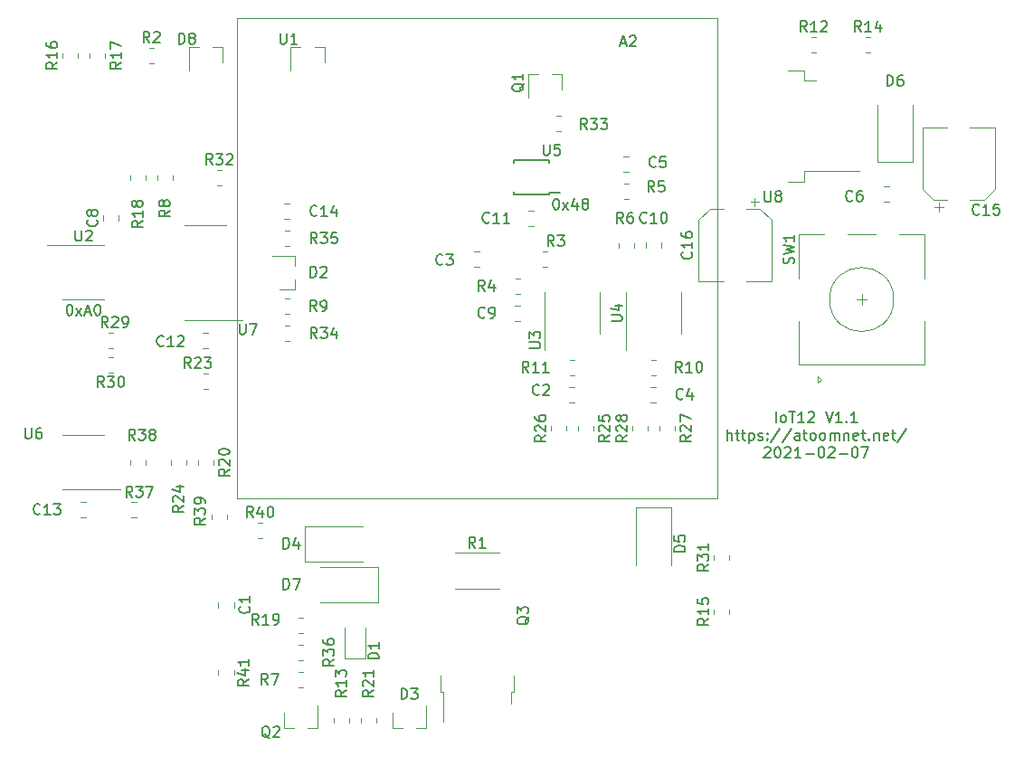
<source format=gbr>
G04 #@! TF.GenerationSoftware,KiCad,Pcbnew,(5.1.9)-1*
G04 #@! TF.CreationDate,2021-02-07T19:13:43+01:00*
G04 #@! TF.ProjectId,IoT12,496f5431-322e-46b6-9963-61645f706362,rev?*
G04 #@! TF.SameCoordinates,Original*
G04 #@! TF.FileFunction,Legend,Top*
G04 #@! TF.FilePolarity,Positive*
%FSLAX46Y46*%
G04 Gerber Fmt 4.6, Leading zero omitted, Abs format (unit mm)*
G04 Created by KiCad (PCBNEW (5.1.9)-1) date 2021-02-07 19:13:43*
%MOMM*%
%LPD*%
G01*
G04 APERTURE LIST*
%ADD10C,0.150000*%
%ADD11C,0.120000*%
G04 APERTURE END LIST*
D10*
X27964285Y-11502380D02*
X27964285Y-10502380D01*
X28583333Y-11502380D02*
X28488095Y-11454761D01*
X28440476Y-11407142D01*
X28392857Y-11311904D01*
X28392857Y-11026190D01*
X28440476Y-10930952D01*
X28488095Y-10883333D01*
X28583333Y-10835714D01*
X28726190Y-10835714D01*
X28821428Y-10883333D01*
X28869047Y-10930952D01*
X28916666Y-11026190D01*
X28916666Y-11311904D01*
X28869047Y-11407142D01*
X28821428Y-11454761D01*
X28726190Y-11502380D01*
X28583333Y-11502380D01*
X29202380Y-10502380D02*
X29773809Y-10502380D01*
X29488095Y-11502380D02*
X29488095Y-10502380D01*
X30630952Y-11502380D02*
X30059523Y-11502380D01*
X30345238Y-11502380D02*
X30345238Y-10502380D01*
X30250000Y-10645238D01*
X30154761Y-10740476D01*
X30059523Y-10788095D01*
X31011904Y-10597619D02*
X31059523Y-10550000D01*
X31154761Y-10502380D01*
X31392857Y-10502380D01*
X31488095Y-10550000D01*
X31535714Y-10597619D01*
X31583333Y-10692857D01*
X31583333Y-10788095D01*
X31535714Y-10930952D01*
X30964285Y-11502380D01*
X31583333Y-11502380D01*
X32630952Y-10502380D02*
X32964285Y-11502380D01*
X33297619Y-10502380D01*
X34154761Y-11502380D02*
X33583333Y-11502380D01*
X33869047Y-11502380D02*
X33869047Y-10502380D01*
X33773809Y-10645238D01*
X33678571Y-10740476D01*
X33583333Y-10788095D01*
X34583333Y-11407142D02*
X34630952Y-11454761D01*
X34583333Y-11502380D01*
X34535714Y-11454761D01*
X34583333Y-11407142D01*
X34583333Y-11502380D01*
X35583333Y-11502380D02*
X35011904Y-11502380D01*
X35297619Y-11502380D02*
X35297619Y-10502380D01*
X35202380Y-10645238D01*
X35107142Y-10740476D01*
X35011904Y-10788095D01*
X23416666Y-13152380D02*
X23416666Y-12152380D01*
X23845238Y-13152380D02*
X23845238Y-12628571D01*
X23797619Y-12533333D01*
X23702380Y-12485714D01*
X23559523Y-12485714D01*
X23464285Y-12533333D01*
X23416666Y-12580952D01*
X24178571Y-12485714D02*
X24559523Y-12485714D01*
X24321428Y-12152380D02*
X24321428Y-13009523D01*
X24369047Y-13104761D01*
X24464285Y-13152380D01*
X24559523Y-13152380D01*
X24749999Y-12485714D02*
X25130952Y-12485714D01*
X24892857Y-12152380D02*
X24892857Y-13009523D01*
X24940476Y-13104761D01*
X25035714Y-13152380D01*
X25130952Y-13152380D01*
X25464285Y-12485714D02*
X25464285Y-13485714D01*
X25464285Y-12533333D02*
X25559523Y-12485714D01*
X25749999Y-12485714D01*
X25845238Y-12533333D01*
X25892857Y-12580952D01*
X25940476Y-12676190D01*
X25940476Y-12961904D01*
X25892857Y-13057142D01*
X25845238Y-13104761D01*
X25749999Y-13152380D01*
X25559523Y-13152380D01*
X25464285Y-13104761D01*
X26321428Y-13104761D02*
X26416666Y-13152380D01*
X26607142Y-13152380D01*
X26702380Y-13104761D01*
X26749999Y-13009523D01*
X26749999Y-12961904D01*
X26702380Y-12866666D01*
X26607142Y-12819047D01*
X26464285Y-12819047D01*
X26369047Y-12771428D01*
X26321428Y-12676190D01*
X26321428Y-12628571D01*
X26369047Y-12533333D01*
X26464285Y-12485714D01*
X26607142Y-12485714D01*
X26702380Y-12533333D01*
X27178571Y-13057142D02*
X27226190Y-13104761D01*
X27178571Y-13152380D01*
X27130952Y-13104761D01*
X27178571Y-13057142D01*
X27178571Y-13152380D01*
X27178571Y-12533333D02*
X27226190Y-12580952D01*
X27178571Y-12628571D01*
X27130952Y-12580952D01*
X27178571Y-12533333D01*
X27178571Y-12628571D01*
X28369047Y-12104761D02*
X27511904Y-13390476D01*
X29416666Y-12104761D02*
X28559523Y-13390476D01*
X30178571Y-13152380D02*
X30178571Y-12628571D01*
X30130952Y-12533333D01*
X30035714Y-12485714D01*
X29845238Y-12485714D01*
X29749999Y-12533333D01*
X30178571Y-13104761D02*
X30083333Y-13152380D01*
X29845238Y-13152380D01*
X29749999Y-13104761D01*
X29702380Y-13009523D01*
X29702380Y-12914285D01*
X29749999Y-12819047D01*
X29845238Y-12771428D01*
X30083333Y-12771428D01*
X30178571Y-12723809D01*
X30511904Y-12485714D02*
X30892857Y-12485714D01*
X30654761Y-12152380D02*
X30654761Y-13009523D01*
X30702380Y-13104761D01*
X30797619Y-13152380D01*
X30892857Y-13152380D01*
X31369047Y-13152380D02*
X31273809Y-13104761D01*
X31226190Y-13057142D01*
X31178571Y-12961904D01*
X31178571Y-12676190D01*
X31226190Y-12580952D01*
X31273809Y-12533333D01*
X31369047Y-12485714D01*
X31511904Y-12485714D01*
X31607142Y-12533333D01*
X31654761Y-12580952D01*
X31702380Y-12676190D01*
X31702380Y-12961904D01*
X31654761Y-13057142D01*
X31607142Y-13104761D01*
X31511904Y-13152380D01*
X31369047Y-13152380D01*
X32273809Y-13152380D02*
X32178571Y-13104761D01*
X32130952Y-13057142D01*
X32083333Y-12961904D01*
X32083333Y-12676190D01*
X32130952Y-12580952D01*
X32178571Y-12533333D01*
X32273809Y-12485714D01*
X32416666Y-12485714D01*
X32511904Y-12533333D01*
X32559523Y-12580952D01*
X32607142Y-12676190D01*
X32607142Y-12961904D01*
X32559523Y-13057142D01*
X32511904Y-13104761D01*
X32416666Y-13152380D01*
X32273809Y-13152380D01*
X33035714Y-13152380D02*
X33035714Y-12485714D01*
X33035714Y-12580952D02*
X33083333Y-12533333D01*
X33178571Y-12485714D01*
X33321428Y-12485714D01*
X33416666Y-12533333D01*
X33464285Y-12628571D01*
X33464285Y-13152380D01*
X33464285Y-12628571D02*
X33511904Y-12533333D01*
X33607142Y-12485714D01*
X33750000Y-12485714D01*
X33845238Y-12533333D01*
X33892857Y-12628571D01*
X33892857Y-13152380D01*
X34369047Y-12485714D02*
X34369047Y-13152380D01*
X34369047Y-12580952D02*
X34416666Y-12533333D01*
X34511904Y-12485714D01*
X34654761Y-12485714D01*
X34750000Y-12533333D01*
X34797619Y-12628571D01*
X34797619Y-13152380D01*
X35654761Y-13104761D02*
X35559523Y-13152380D01*
X35369047Y-13152380D01*
X35273809Y-13104761D01*
X35226190Y-13009523D01*
X35226190Y-12628571D01*
X35273809Y-12533333D01*
X35369047Y-12485714D01*
X35559523Y-12485714D01*
X35654761Y-12533333D01*
X35702380Y-12628571D01*
X35702380Y-12723809D01*
X35226190Y-12819047D01*
X35988095Y-12485714D02*
X36369047Y-12485714D01*
X36130952Y-12152380D02*
X36130952Y-13009523D01*
X36178571Y-13104761D01*
X36273809Y-13152380D01*
X36369047Y-13152380D01*
X36702380Y-13057142D02*
X36750000Y-13104761D01*
X36702380Y-13152380D01*
X36654761Y-13104761D01*
X36702380Y-13057142D01*
X36702380Y-13152380D01*
X37178571Y-12485714D02*
X37178571Y-13152380D01*
X37178571Y-12580952D02*
X37226190Y-12533333D01*
X37321428Y-12485714D01*
X37464285Y-12485714D01*
X37559523Y-12533333D01*
X37607142Y-12628571D01*
X37607142Y-13152380D01*
X38464285Y-13104761D02*
X38369047Y-13152380D01*
X38178571Y-13152380D01*
X38083333Y-13104761D01*
X38035714Y-13009523D01*
X38035714Y-12628571D01*
X38083333Y-12533333D01*
X38178571Y-12485714D01*
X38369047Y-12485714D01*
X38464285Y-12533333D01*
X38511904Y-12628571D01*
X38511904Y-12723809D01*
X38035714Y-12819047D01*
X38797619Y-12485714D02*
X39178571Y-12485714D01*
X38940476Y-12152380D02*
X38940476Y-13009523D01*
X38988095Y-13104761D01*
X39083333Y-13152380D01*
X39178571Y-13152380D01*
X40226190Y-12104761D02*
X39369047Y-13390476D01*
X26892857Y-13897619D02*
X26940476Y-13850000D01*
X27035714Y-13802380D01*
X27273809Y-13802380D01*
X27369047Y-13850000D01*
X27416666Y-13897619D01*
X27464285Y-13992857D01*
X27464285Y-14088095D01*
X27416666Y-14230952D01*
X26845238Y-14802380D01*
X27464285Y-14802380D01*
X28083333Y-13802380D02*
X28178571Y-13802380D01*
X28273809Y-13850000D01*
X28321428Y-13897619D01*
X28369047Y-13992857D01*
X28416666Y-14183333D01*
X28416666Y-14421428D01*
X28369047Y-14611904D01*
X28321428Y-14707142D01*
X28273809Y-14754761D01*
X28178571Y-14802380D01*
X28083333Y-14802380D01*
X27988095Y-14754761D01*
X27940476Y-14707142D01*
X27892857Y-14611904D01*
X27845238Y-14421428D01*
X27845238Y-14183333D01*
X27892857Y-13992857D01*
X27940476Y-13897619D01*
X27988095Y-13850000D01*
X28083333Y-13802380D01*
X28797619Y-13897619D02*
X28845238Y-13850000D01*
X28940476Y-13802380D01*
X29178571Y-13802380D01*
X29273809Y-13850000D01*
X29321428Y-13897619D01*
X29369047Y-13992857D01*
X29369047Y-14088095D01*
X29321428Y-14230952D01*
X28750000Y-14802380D01*
X29369047Y-14802380D01*
X30321428Y-14802380D02*
X29750000Y-14802380D01*
X30035714Y-14802380D02*
X30035714Y-13802380D01*
X29940476Y-13945238D01*
X29845238Y-14040476D01*
X29750000Y-14088095D01*
X30750000Y-14421428D02*
X31511904Y-14421428D01*
X32178571Y-13802380D02*
X32273809Y-13802380D01*
X32369047Y-13850000D01*
X32416666Y-13897619D01*
X32464285Y-13992857D01*
X32511904Y-14183333D01*
X32511904Y-14421428D01*
X32464285Y-14611904D01*
X32416666Y-14707142D01*
X32369047Y-14754761D01*
X32273809Y-14802380D01*
X32178571Y-14802380D01*
X32083333Y-14754761D01*
X32035714Y-14707142D01*
X31988095Y-14611904D01*
X31940476Y-14421428D01*
X31940476Y-14183333D01*
X31988095Y-13992857D01*
X32035714Y-13897619D01*
X32083333Y-13850000D01*
X32178571Y-13802380D01*
X32892857Y-13897619D02*
X32940476Y-13850000D01*
X33035714Y-13802380D01*
X33273809Y-13802380D01*
X33369047Y-13850000D01*
X33416666Y-13897619D01*
X33464285Y-13992857D01*
X33464285Y-14088095D01*
X33416666Y-14230952D01*
X32845238Y-14802380D01*
X33464285Y-14802380D01*
X33892857Y-14421428D02*
X34654761Y-14421428D01*
X35321428Y-13802380D02*
X35416666Y-13802380D01*
X35511904Y-13850000D01*
X35559523Y-13897619D01*
X35607142Y-13992857D01*
X35654761Y-14183333D01*
X35654761Y-14421428D01*
X35607142Y-14611904D01*
X35559523Y-14707142D01*
X35511904Y-14754761D01*
X35416666Y-14802380D01*
X35321428Y-14802380D01*
X35226190Y-14754761D01*
X35178571Y-14707142D01*
X35130952Y-14611904D01*
X35083333Y-14421428D01*
X35083333Y-14183333D01*
X35130952Y-13992857D01*
X35178571Y-13897619D01*
X35226190Y-13850000D01*
X35321428Y-13802380D01*
X35988095Y-13802380D02*
X36654761Y-13802380D01*
X36226190Y-14802380D01*
X7358238Y9437619D02*
X7453476Y9437619D01*
X7548714Y9390000D01*
X7596333Y9342380D01*
X7643952Y9247142D01*
X7691571Y9056666D01*
X7691571Y8818571D01*
X7643952Y8628095D01*
X7596333Y8532857D01*
X7548714Y8485238D01*
X7453476Y8437619D01*
X7358238Y8437619D01*
X7262999Y8485238D01*
X7215380Y8532857D01*
X7167761Y8628095D01*
X7120142Y8818571D01*
X7120142Y9056666D01*
X7167761Y9247142D01*
X7215380Y9342380D01*
X7262999Y9390000D01*
X7358238Y9437619D01*
X8024904Y8437619D02*
X8548714Y9104285D01*
X8024904Y9104285D02*
X8548714Y8437619D01*
X9358238Y9104285D02*
X9358238Y8437619D01*
X9120142Y9485238D02*
X8882047Y8770952D01*
X9501095Y8770952D01*
X10024904Y9009047D02*
X9929666Y9056666D01*
X9882047Y9104285D01*
X9834428Y9199523D01*
X9834428Y9247142D01*
X9882047Y9342380D01*
X9929666Y9390000D01*
X10024904Y9437619D01*
X10215380Y9437619D01*
X10310619Y9390000D01*
X10358238Y9342380D01*
X10405857Y9247142D01*
X10405857Y9199523D01*
X10358238Y9104285D01*
X10310619Y9056666D01*
X10215380Y9009047D01*
X10024904Y9009047D01*
X9929666Y8961428D01*
X9882047Y8913809D01*
X9834428Y8818571D01*
X9834428Y8628095D01*
X9882047Y8532857D01*
X9929666Y8485238D01*
X10024904Y8437619D01*
X10215380Y8437619D01*
X10310619Y8485238D01*
X10358238Y8532857D01*
X10405857Y8628095D01*
X10405857Y8818571D01*
X10358238Y8913809D01*
X10310619Y8961428D01*
X10215380Y9009047D01*
X-38187142Y-468380D02*
X-38091904Y-468380D01*
X-37996666Y-516000D01*
X-37949047Y-563619D01*
X-37901428Y-658857D01*
X-37853809Y-849333D01*
X-37853809Y-1087428D01*
X-37901428Y-1277904D01*
X-37949047Y-1373142D01*
X-37996666Y-1420761D01*
X-38091904Y-1468380D01*
X-38187142Y-1468380D01*
X-38282380Y-1420761D01*
X-38330000Y-1373142D01*
X-38377619Y-1277904D01*
X-38425238Y-1087428D01*
X-38425238Y-849333D01*
X-38377619Y-658857D01*
X-38330000Y-563619D01*
X-38282380Y-516000D01*
X-38187142Y-468380D01*
X-37520476Y-1468380D02*
X-36996666Y-801714D01*
X-37520476Y-801714D02*
X-36996666Y-1468380D01*
X-36663333Y-1182666D02*
X-36187142Y-1182666D01*
X-36758571Y-1468380D02*
X-36425238Y-468380D01*
X-36091904Y-1468380D01*
X-35568095Y-468380D02*
X-35472857Y-468380D01*
X-35377619Y-516000D01*
X-35330000Y-563619D01*
X-35282380Y-658857D01*
X-35234761Y-849333D01*
X-35234761Y-1087428D01*
X-35282380Y-1277904D01*
X-35330000Y-1373142D01*
X-35377619Y-1420761D01*
X-35472857Y-1468380D01*
X-35568095Y-1468380D01*
X-35663333Y-1420761D01*
X-35710952Y-1373142D01*
X-35758571Y-1277904D01*
X-35806190Y-1087428D01*
X-35806190Y-849333D01*
X-35758571Y-658857D01*
X-35710952Y-563619D01*
X-35663333Y-516000D01*
X-35568095Y-468380D01*
D11*
X-23820000Y23620000D02*
X-23820000Y22160000D01*
X-26980000Y23620000D02*
X-26980000Y21460000D01*
X-26980000Y23620000D02*
X-26050000Y23620000D01*
X-23820000Y23620000D02*
X-24750000Y23620000D01*
X-24230000Y-34697936D02*
X-24230000Y-35152064D01*
X-22760000Y-34697936D02*
X-22760000Y-35152064D01*
X-36830000Y-20000D02*
X-34880000Y-20000D01*
X-36830000Y-20000D02*
X-38780000Y-20000D01*
X-36830000Y5100000D02*
X-34880000Y5100000D01*
X-36830000Y5100000D02*
X-40280000Y5100000D01*
X-35025000Y7358748D02*
X-35025000Y7881252D01*
X-33555000Y7358748D02*
X-33555000Y7881252D01*
D10*
X6705000Y9980000D02*
X7780000Y9980000D01*
X6705000Y13055000D02*
X3455000Y13055000D01*
X6705000Y9805000D02*
X3455000Y9805000D01*
X6705000Y13055000D02*
X6705000Y12780000D01*
X3455000Y13055000D02*
X3455000Y12780000D01*
X3455000Y9805000D02*
X3455000Y10080000D01*
X6705000Y9805000D02*
X6705000Y9980000D01*
D11*
X-31015000Y11657064D02*
X-31015000Y11202936D01*
X-32485000Y11657064D02*
X-32485000Y11202936D01*
X-36295000Y22632936D02*
X-36295000Y23087064D01*
X-34825000Y22632936D02*
X-34825000Y23087064D01*
X-38835000Y22632936D02*
X-38835000Y23087064D01*
X-37365000Y22632936D02*
X-37365000Y23087064D01*
X4818748Y8355000D02*
X5341252Y8355000D01*
X4818748Y6885000D02*
X5341252Y6885000D01*
X-36830000Y-17800000D02*
X-33380000Y-17800000D01*
X-36830000Y-17800000D02*
X-38780000Y-17800000D01*
X-36830000Y-12680000D02*
X-34880000Y-12680000D01*
X-36830000Y-12680000D02*
X-38780000Y-12680000D01*
X13950000Y-1270000D02*
X13950000Y-4720000D01*
X13950000Y-1270000D02*
X13950000Y680000D01*
X19070000Y-1270000D02*
X19070000Y-3220000D01*
X19070000Y-1270000D02*
X19070000Y680000D01*
X6330000Y-1270000D02*
X6330000Y-4720000D01*
X6330000Y-1270000D02*
X6330000Y680000D01*
X11450000Y-1270000D02*
X11450000Y-3220000D01*
X11450000Y-1270000D02*
X11450000Y680000D01*
X14505000Y-11837936D02*
X14505000Y-12292064D01*
X15975000Y-11837936D02*
X15975000Y-12292064D01*
X13742936Y9425000D02*
X14197064Y9425000D01*
X13742936Y10895000D02*
X14197064Y10895000D01*
X16737064Y-5615000D02*
X16282936Y-5615000D01*
X16737064Y-7085000D02*
X16282936Y-7085000D01*
X14705000Y4852936D02*
X14705000Y5307064D01*
X13235000Y4852936D02*
X13235000Y5307064D01*
X6885000Y-11837936D02*
X6885000Y-12292064D01*
X8355000Y-11837936D02*
X8355000Y-12292064D01*
X6122936Y3075000D02*
X6577064Y3075000D01*
X6122936Y4545000D02*
X6577064Y4545000D01*
X9117064Y-5615000D02*
X8662936Y-5615000D01*
X9117064Y-7085000D02*
X8662936Y-7085000D01*
X9425000Y-11837936D02*
X9425000Y-12292064D01*
X10895000Y-11837936D02*
X10895000Y-12292064D01*
X4037064Y2005000D02*
X3582936Y2005000D01*
X4037064Y535000D02*
X3582936Y535000D01*
X13708748Y11965000D02*
X14231252Y11965000D01*
X13708748Y13435000D02*
X14231252Y13435000D01*
X16771252Y-8155000D02*
X16248748Y-8155000D01*
X16771252Y-9625000D02*
X16248748Y-9625000D01*
X17245000Y4818748D02*
X17245000Y5341252D01*
X15775000Y4818748D02*
X15775000Y5341252D01*
X261252Y4545000D02*
X-261252Y4545000D01*
X261252Y3075000D02*
X-261252Y3075000D01*
X9151252Y-8155000D02*
X8628748Y-8155000D01*
X9151252Y-9625000D02*
X8628748Y-9625000D01*
X4071252Y-535000D02*
X3548748Y-535000D01*
X4071252Y-2005000D02*
X3548748Y-2005000D01*
X-29945000Y11657064D02*
X-29945000Y11202936D01*
X-28475000Y11657064D02*
X-28475000Y11202936D01*
X-34062936Y-5361000D02*
X-34517064Y-5361000D01*
X-34062936Y-6831000D02*
X-34517064Y-6831000D01*
X-25627064Y-8355000D02*
X-25172936Y-8355000D01*
X-25627064Y-6885000D02*
X-25172936Y-6885000D01*
X-32342064Y-20420000D02*
X-31887936Y-20420000D01*
X-32342064Y-18950000D02*
X-31887936Y-18950000D01*
X-34517064Y-4545000D02*
X-34062936Y-4545000D01*
X-34517064Y-3075000D02*
X-34062936Y-3075000D01*
X-22760000Y-28836252D02*
X-22760000Y-28313748D01*
X-24230000Y-28836252D02*
X-24230000Y-28313748D01*
X-37091252Y-20420000D02*
X-36568748Y-20420000D01*
X-37091252Y-18950000D02*
X-36568748Y-18950000D01*
X-32485000Y-15012936D02*
X-32485000Y-15467064D01*
X-31015000Y-15012936D02*
X-31015000Y-15467064D01*
X-26135000Y-15012936D02*
X-26135000Y-15467064D01*
X-24665000Y-15012936D02*
X-24665000Y-15467064D01*
X-28675000Y-15012936D02*
X-28675000Y-15467064D01*
X-27205000Y-15012936D02*
X-27205000Y-15467064D01*
X-24865000Y-20092936D02*
X-24865000Y-20547064D01*
X-23395000Y-20092936D02*
X-23395000Y-20547064D01*
X23595000Y-29437064D02*
X23595000Y-28982936D01*
X22125000Y-29437064D02*
X22125000Y-28982936D01*
X23595000Y-24357064D02*
X23595000Y-23902936D01*
X22125000Y-24357064D02*
X22125000Y-23902936D01*
X-17020000Y960000D02*
X-17020000Y1890000D01*
X-17020000Y4120000D02*
X-17020000Y3190000D01*
X-17020000Y4120000D02*
X-19180000Y4120000D01*
X-17020000Y960000D02*
X-18480000Y960000D01*
X-25400000Y6975000D02*
X-27350000Y6975000D01*
X-25400000Y6975000D02*
X-23450000Y6975000D01*
X-25400000Y-1895000D02*
X-27350000Y-1895000D01*
X-25400000Y-1895000D02*
X-21950000Y-1895000D01*
X-9300000Y-28320000D02*
X-9300000Y-25020000D01*
X-9300000Y-25020000D02*
X-14700000Y-25020000D01*
X-9300000Y-28320000D02*
X-14700000Y-28320000D01*
X-16100000Y-21210000D02*
X-16100000Y-24510000D01*
X-16100000Y-24510000D02*
X-10700000Y-24510000D01*
X-16100000Y-21210000D02*
X-10700000Y-21210000D01*
X37466000Y12856000D02*
X40766000Y12856000D01*
X40766000Y12856000D02*
X40766000Y18256000D01*
X37466000Y12856000D02*
X37466000Y18256000D01*
X18160000Y-19460000D02*
X14860000Y-19460000D01*
X14860000Y-19460000D02*
X14860000Y-24860000D01*
X18160000Y-19460000D02*
X18160000Y-24860000D01*
X39000000Y0D02*
G75*
G03*
X39000000Y0I-3000000J0D01*
G01*
X30100000Y2000000D02*
X30100000Y6100000D01*
X41900000Y6100000D02*
X41900000Y2000000D01*
X41900000Y-2000000D02*
X41900000Y-6100000D01*
X30100000Y-2000000D02*
X30100000Y-6100000D01*
X30100000Y-6100000D02*
X41900000Y-6100000D01*
X32200000Y-7500000D02*
X31900000Y-7800000D01*
X31900000Y-7800000D02*
X31900000Y-7200000D01*
X31900000Y-7200000D02*
X32200000Y-7500000D01*
X30100000Y6100000D02*
X32500000Y6100000D01*
X34700000Y6100000D02*
X37300000Y6100000D01*
X39500000Y6100000D02*
X41900000Y6100000D01*
X35500000Y0D02*
X36500000Y0D01*
X36000000Y-500000D02*
X36000000Y500000D01*
X-18090000Y-40130000D02*
X-18090000Y-38670000D01*
X-14930000Y-40130000D02*
X-14930000Y-37970000D01*
X-14930000Y-40130000D02*
X-15860000Y-40130000D01*
X-18090000Y-40130000D02*
X-17160000Y-40130000D01*
X7930000Y21080000D02*
X7930000Y19620000D01*
X4770000Y21080000D02*
X4770000Y18920000D01*
X4770000Y21080000D02*
X5700000Y21080000D01*
X7930000Y21080000D02*
X7000000Y21080000D01*
X3180000Y-36725000D02*
X3180000Y-37825000D01*
X3450000Y-36725000D02*
X3180000Y-36725000D01*
X3450000Y-35225000D02*
X3450000Y-36725000D01*
X-3180000Y-36725000D02*
X-3180000Y-39555000D01*
X-3450000Y-36725000D02*
X-3180000Y-36725000D01*
X-3450000Y-35225000D02*
X-3450000Y-36725000D01*
X-2052064Y-23690000D02*
X2052064Y-23690000D01*
X-2052064Y-27110000D02*
X2052064Y-27110000D01*
X18515000Y-11837936D02*
X18515000Y-12292064D01*
X17045000Y-11837936D02*
X17045000Y-12292064D01*
X-7930000Y-40130000D02*
X-7000000Y-40130000D01*
X-4770000Y-40130000D02*
X-5700000Y-40130000D01*
X-4770000Y-40130000D02*
X-4770000Y-37970000D01*
X-7930000Y-40130000D02*
X-7930000Y-38670000D01*
X-20547064Y-20855000D02*
X-20092936Y-20855000D01*
X-20547064Y-22325000D02*
X-20092936Y-22325000D01*
X-11965000Y-39142936D02*
X-11965000Y-39597064D01*
X-13435000Y-39142936D02*
X-13435000Y-39597064D01*
X-10895000Y-39597064D02*
X-10895000Y-39142936D01*
X-9425000Y-39597064D02*
X-9425000Y-39142936D01*
X-16737064Y-29745000D02*
X-16282936Y-29745000D01*
X-16737064Y-31215000D02*
X-16282936Y-31215000D01*
X7392936Y17245000D02*
X7847064Y17245000D01*
X7392936Y15775000D02*
X7847064Y15775000D01*
X-24357064Y12165000D02*
X-23902936Y12165000D01*
X-24357064Y10695000D02*
X-23902936Y10695000D01*
X-12390000Y-30750000D02*
X-12390000Y-33610000D01*
X-12390000Y-33610000D02*
X-10470000Y-33610000D01*
X-10470000Y-33610000D02*
X-10470000Y-30750000D01*
X-22500000Y26350000D02*
X22500000Y26350000D01*
X22500000Y26350000D02*
X22500000Y-18650000D01*
X22500000Y-18650000D02*
X-22500000Y-18650000D01*
X-22500000Y-18650000D02*
X-22500000Y26350000D01*
X29136000Y11056000D02*
X30636000Y11056000D01*
X30636000Y11056000D02*
X30636000Y12006000D01*
X30636000Y12006000D02*
X35761000Y12006000D01*
X29136000Y21456000D02*
X30636000Y21456000D01*
X30636000Y21456000D02*
X30636000Y20506000D01*
X30636000Y20506000D02*
X31736000Y20506000D01*
X-14295000Y23620000D02*
X-15225000Y23620000D01*
X-17455000Y23620000D02*
X-16525000Y23620000D01*
X-17455000Y23620000D02*
X-17455000Y21460000D01*
X-14295000Y23620000D02*
X-14295000Y22160000D01*
X31268936Y24611000D02*
X31723064Y24611000D01*
X31268936Y23141000D02*
X31723064Y23141000D01*
X36803064Y23141000D02*
X36348936Y23141000D01*
X36803064Y24611000D02*
X36348936Y24611000D01*
X20720000Y1670000D02*
X23070000Y1670000D01*
X27540000Y1670000D02*
X25190000Y1670000D01*
X27540000Y7425563D02*
X27540000Y1670000D01*
X20720000Y7425563D02*
X20720000Y1670000D01*
X21784437Y8490000D02*
X23070000Y8490000D01*
X26475563Y8490000D02*
X25190000Y8490000D01*
X26475563Y8490000D02*
X27540000Y7425563D01*
X21784437Y8490000D02*
X20720000Y7425563D01*
X25977500Y9517500D02*
X25977500Y8730000D01*
X26371250Y9123750D02*
X25583750Y9123750D01*
X38593752Y9171000D02*
X38071248Y9171000D01*
X38593752Y10641000D02*
X38071248Y10641000D01*
X48495000Y16110000D02*
X46145000Y16110000D01*
X41675000Y16110000D02*
X44025000Y16110000D01*
X41675000Y10354437D02*
X41675000Y16110000D01*
X48495000Y10354437D02*
X48495000Y16110000D01*
X47430563Y9290000D02*
X46145000Y9290000D01*
X42739437Y9290000D02*
X44025000Y9290000D01*
X42739437Y9290000D02*
X41675000Y10354437D01*
X47430563Y9290000D02*
X48495000Y10354437D01*
X43237500Y8262500D02*
X43237500Y9050000D01*
X42843750Y8656250D02*
X43631250Y8656250D01*
X-16737064Y-32285000D02*
X-16282936Y-32285000D01*
X-16737064Y-33755000D02*
X-16282936Y-33755000D01*
X-18007064Y-2440000D02*
X-17552936Y-2440000D01*
X-18007064Y-3910000D02*
X-17552936Y-3910000D01*
X-17552936Y-1370000D02*
X-18007064Y-1370000D01*
X-17552936Y100000D02*
X-18007064Y100000D01*
X-16282936Y-36295000D02*
X-16737064Y-36295000D01*
X-16282936Y-34825000D02*
X-16737064Y-34825000D01*
X-17552936Y4980000D02*
X-18007064Y4980000D01*
X-17552936Y6450000D02*
X-18007064Y6450000D01*
X-30707064Y23595000D02*
X-30252936Y23595000D01*
X-30707064Y22125000D02*
X-30252936Y22125000D01*
X-18041252Y8990000D02*
X-17518748Y8990000D01*
X-18041252Y7520000D02*
X-17518748Y7520000D01*
X-25661252Y-3075000D02*
X-25138748Y-3075000D01*
X-25661252Y-4545000D02*
X-25138748Y-4545000D01*
D10*
X-27916095Y23931619D02*
X-27916095Y24931619D01*
X-27678000Y24931619D01*
X-27535142Y24884000D01*
X-27439904Y24788761D01*
X-27392285Y24693523D01*
X-27344666Y24503047D01*
X-27344666Y24360190D01*
X-27392285Y24169714D01*
X-27439904Y24074476D01*
X-27535142Y23979238D01*
X-27678000Y23931619D01*
X-27916095Y23931619D01*
X-26773238Y24503047D02*
X-26868476Y24550666D01*
X-26916095Y24598285D01*
X-26963714Y24693523D01*
X-26963714Y24741142D01*
X-26916095Y24836380D01*
X-26868476Y24884000D01*
X-26773238Y24931619D01*
X-26582761Y24931619D01*
X-26487523Y24884000D01*
X-26439904Y24836380D01*
X-26392285Y24741142D01*
X-26392285Y24693523D01*
X-26439904Y24598285D01*
X-26487523Y24550666D01*
X-26582761Y24503047D01*
X-26773238Y24503047D01*
X-26868476Y24455428D01*
X-26916095Y24407809D01*
X-26963714Y24312571D01*
X-26963714Y24122095D01*
X-26916095Y24026857D01*
X-26868476Y23979238D01*
X-26773238Y23931619D01*
X-26582761Y23931619D01*
X-26487523Y23979238D01*
X-26439904Y24026857D01*
X-26392285Y24122095D01*
X-26392285Y24312571D01*
X-26439904Y24407809D01*
X-26487523Y24455428D01*
X-26582761Y24503047D01*
X-21392619Y-35567857D02*
X-21868809Y-35901190D01*
X-21392619Y-36139285D02*
X-22392619Y-36139285D01*
X-22392619Y-35758333D01*
X-22345000Y-35663095D01*
X-22297380Y-35615476D01*
X-22202142Y-35567857D01*
X-22059285Y-35567857D01*
X-21964047Y-35615476D01*
X-21916428Y-35663095D01*
X-21868809Y-35758333D01*
X-21868809Y-36139285D01*
X-22059285Y-34710714D02*
X-21392619Y-34710714D01*
X-22440238Y-34948809D02*
X-21725952Y-35186904D01*
X-21725952Y-34567857D01*
X-21392619Y-33663095D02*
X-21392619Y-34234523D01*
X-21392619Y-33948809D02*
X-22392619Y-33948809D01*
X-22249761Y-34044047D01*
X-22154523Y-34139285D01*
X-22106904Y-34234523D01*
X-37591904Y6487619D02*
X-37591904Y5678095D01*
X-37544285Y5582857D01*
X-37496666Y5535238D01*
X-37401428Y5487619D01*
X-37210952Y5487619D01*
X-37115714Y5535238D01*
X-37068095Y5582857D01*
X-37020476Y5678095D01*
X-37020476Y6487619D01*
X-36591904Y6392380D02*
X-36544285Y6440000D01*
X-36449047Y6487619D01*
X-36210952Y6487619D01*
X-36115714Y6440000D01*
X-36068095Y6392380D01*
X-36020476Y6297142D01*
X-36020476Y6201904D01*
X-36068095Y6059047D01*
X-36639523Y5487619D01*
X-36020476Y5487619D01*
X-35612857Y7453333D02*
X-35565238Y7405714D01*
X-35517619Y7262857D01*
X-35517619Y7167619D01*
X-35565238Y7024761D01*
X-35660476Y6929523D01*
X-35755714Y6881904D01*
X-35946190Y6834285D01*
X-36089047Y6834285D01*
X-36279523Y6881904D01*
X-36374761Y6929523D01*
X-36470000Y7024761D01*
X-36517619Y7167619D01*
X-36517619Y7262857D01*
X-36470000Y7405714D01*
X-36422380Y7453333D01*
X-36089047Y8024761D02*
X-36136666Y7929523D01*
X-36184285Y7881904D01*
X-36279523Y7834285D01*
X-36327142Y7834285D01*
X-36422380Y7881904D01*
X-36470000Y7929523D01*
X-36517619Y8024761D01*
X-36517619Y8215238D01*
X-36470000Y8310476D01*
X-36422380Y8358095D01*
X-36327142Y8405714D01*
X-36279523Y8405714D01*
X-36184285Y8358095D01*
X-36136666Y8310476D01*
X-36089047Y8215238D01*
X-36089047Y8024761D01*
X-36041428Y7929523D01*
X-35993809Y7881904D01*
X-35898571Y7834285D01*
X-35708095Y7834285D01*
X-35612857Y7881904D01*
X-35565238Y7929523D01*
X-35517619Y8024761D01*
X-35517619Y8215238D01*
X-35565238Y8310476D01*
X-35612857Y8358095D01*
X-35708095Y8405714D01*
X-35898571Y8405714D01*
X-35993809Y8358095D01*
X-36041428Y8310476D01*
X-36089047Y8215238D01*
X6223095Y14517619D02*
X6223095Y13708095D01*
X6270714Y13612857D01*
X6318333Y13565238D01*
X6413571Y13517619D01*
X6604047Y13517619D01*
X6699285Y13565238D01*
X6746904Y13612857D01*
X6794523Y13708095D01*
X6794523Y14517619D01*
X7746904Y14517619D02*
X7270714Y14517619D01*
X7223095Y14041428D01*
X7270714Y14089047D01*
X7365952Y14136666D01*
X7604047Y14136666D01*
X7699285Y14089047D01*
X7746904Y14041428D01*
X7794523Y13946190D01*
X7794523Y13708095D01*
X7746904Y13612857D01*
X7699285Y13565238D01*
X7604047Y13517619D01*
X7365952Y13517619D01*
X7270714Y13565238D01*
X7223095Y13612857D01*
X-31297619Y7358142D02*
X-31773809Y7024809D01*
X-31297619Y6786714D02*
X-32297619Y6786714D01*
X-32297619Y7167666D01*
X-32250000Y7262904D01*
X-32202380Y7310523D01*
X-32107142Y7358142D01*
X-31964285Y7358142D01*
X-31869047Y7310523D01*
X-31821428Y7262904D01*
X-31773809Y7167666D01*
X-31773809Y6786714D01*
X-31297619Y8310523D02*
X-31297619Y7739095D01*
X-31297619Y8024809D02*
X-32297619Y8024809D01*
X-32154761Y7929571D01*
X-32059523Y7834333D01*
X-32011904Y7739095D01*
X-31869047Y8881952D02*
X-31916666Y8786714D01*
X-31964285Y8739095D01*
X-32059523Y8691476D01*
X-32107142Y8691476D01*
X-32202380Y8739095D01*
X-32250000Y8786714D01*
X-32297619Y8881952D01*
X-32297619Y9072428D01*
X-32250000Y9167666D01*
X-32202380Y9215285D01*
X-32107142Y9262904D01*
X-32059523Y9262904D01*
X-31964285Y9215285D01*
X-31916666Y9167666D01*
X-31869047Y9072428D01*
X-31869047Y8881952D01*
X-31821428Y8786714D01*
X-31773809Y8739095D01*
X-31678571Y8691476D01*
X-31488095Y8691476D01*
X-31392857Y8739095D01*
X-31345238Y8786714D01*
X-31297619Y8881952D01*
X-31297619Y9072428D01*
X-31345238Y9167666D01*
X-31392857Y9215285D01*
X-31488095Y9262904D01*
X-31678571Y9262904D01*
X-31773809Y9215285D01*
X-31821428Y9167666D01*
X-31869047Y9072428D01*
X-33329619Y22217142D02*
X-33805809Y21883809D01*
X-33329619Y21645714D02*
X-34329619Y21645714D01*
X-34329619Y22026666D01*
X-34282000Y22121904D01*
X-34234380Y22169523D01*
X-34139142Y22217142D01*
X-33996285Y22217142D01*
X-33901047Y22169523D01*
X-33853428Y22121904D01*
X-33805809Y22026666D01*
X-33805809Y21645714D01*
X-33329619Y23169523D02*
X-33329619Y22598095D01*
X-33329619Y22883809D02*
X-34329619Y22883809D01*
X-34186761Y22788571D01*
X-34091523Y22693333D01*
X-34043904Y22598095D01*
X-34329619Y23502857D02*
X-34329619Y24169523D01*
X-33329619Y23740952D01*
X-39297619Y22217142D02*
X-39773809Y21883809D01*
X-39297619Y21645714D02*
X-40297619Y21645714D01*
X-40297619Y22026666D01*
X-40250000Y22121904D01*
X-40202380Y22169523D01*
X-40107142Y22217142D01*
X-39964285Y22217142D01*
X-39869047Y22169523D01*
X-39821428Y22121904D01*
X-39773809Y22026666D01*
X-39773809Y21645714D01*
X-39297619Y23169523D02*
X-39297619Y22598095D01*
X-39297619Y22883809D02*
X-40297619Y22883809D01*
X-40154761Y22788571D01*
X-40059523Y22693333D01*
X-40011904Y22598095D01*
X-40297619Y24026666D02*
X-40297619Y23836190D01*
X-40250000Y23740952D01*
X-40202380Y23693333D01*
X-40059523Y23598095D01*
X-39869047Y23550476D01*
X-39488095Y23550476D01*
X-39392857Y23598095D01*
X-39345238Y23645714D01*
X-39297619Y23740952D01*
X-39297619Y23931428D01*
X-39345238Y24026666D01*
X-39392857Y24074285D01*
X-39488095Y24121904D01*
X-39726190Y24121904D01*
X-39821428Y24074285D01*
X-39869047Y24026666D01*
X-39916666Y23931428D01*
X-39916666Y23740952D01*
X-39869047Y23645714D01*
X-39821428Y23598095D01*
X-39726190Y23550476D01*
X1135142Y7262857D02*
X1087523Y7215238D01*
X944666Y7167619D01*
X849428Y7167619D01*
X706571Y7215238D01*
X611333Y7310476D01*
X563714Y7405714D01*
X516095Y7596190D01*
X516095Y7739047D01*
X563714Y7929523D01*
X611333Y8024761D01*
X706571Y8120000D01*
X849428Y8167619D01*
X944666Y8167619D01*
X1087523Y8120000D01*
X1135142Y8072380D01*
X2087523Y7167619D02*
X1516095Y7167619D01*
X1801809Y7167619D02*
X1801809Y8167619D01*
X1706571Y8024761D01*
X1611333Y7929523D01*
X1516095Y7881904D01*
X3039904Y7167619D02*
X2468476Y7167619D01*
X2754190Y7167619D02*
X2754190Y8167619D01*
X2658952Y8024761D01*
X2563714Y7929523D01*
X2468476Y7881904D01*
X-42290904Y-12025380D02*
X-42290904Y-12834904D01*
X-42243285Y-12930142D01*
X-42195666Y-12977761D01*
X-42100428Y-13025380D01*
X-41909952Y-13025380D01*
X-41814714Y-12977761D01*
X-41767095Y-12930142D01*
X-41719476Y-12834904D01*
X-41719476Y-12025380D01*
X-40814714Y-12025380D02*
X-41005190Y-12025380D01*
X-41100428Y-12073000D01*
X-41148047Y-12120619D01*
X-41243285Y-12263476D01*
X-41290904Y-12453952D01*
X-41290904Y-12834904D01*
X-41243285Y-12930142D01*
X-41195666Y-12977761D01*
X-41100428Y-13025380D01*
X-40909952Y-13025380D01*
X-40814714Y-12977761D01*
X-40767095Y-12930142D01*
X-40719476Y-12834904D01*
X-40719476Y-12596809D01*
X-40767095Y-12501571D01*
X-40814714Y-12453952D01*
X-40909952Y-12406333D01*
X-41100428Y-12406333D01*
X-41195666Y-12453952D01*
X-41243285Y-12501571D01*
X-41290904Y-12596809D01*
X12562380Y-2031904D02*
X13371904Y-2031904D01*
X13467142Y-1984285D01*
X13514761Y-1936666D01*
X13562380Y-1841428D01*
X13562380Y-1650952D01*
X13514761Y-1555714D01*
X13467142Y-1508095D01*
X13371904Y-1460476D01*
X12562380Y-1460476D01*
X12895714Y-555714D02*
X13562380Y-555714D01*
X12514761Y-793809D02*
X13229047Y-1031904D01*
X13229047Y-412857D01*
X4913380Y-4571904D02*
X5722904Y-4571904D01*
X5818142Y-4524285D01*
X5865761Y-4476666D01*
X5913380Y-4381428D01*
X5913380Y-4190952D01*
X5865761Y-4095714D01*
X5818142Y-4048095D01*
X5722904Y-4000476D01*
X4913380Y-4000476D01*
X4913380Y-3619523D02*
X4913380Y-3000476D01*
X5294333Y-3333809D01*
X5294333Y-3190952D01*
X5341952Y-3095714D01*
X5389571Y-3048095D01*
X5484809Y-3000476D01*
X5722904Y-3000476D01*
X5818142Y-3048095D01*
X5865761Y-3095714D01*
X5913380Y-3190952D01*
X5913380Y-3476666D01*
X5865761Y-3571904D01*
X5818142Y-3619523D01*
X14041380Y-12707857D02*
X13565190Y-13041190D01*
X14041380Y-13279285D02*
X13041380Y-13279285D01*
X13041380Y-12898333D01*
X13089000Y-12803095D01*
X13136619Y-12755476D01*
X13231857Y-12707857D01*
X13374714Y-12707857D01*
X13469952Y-12755476D01*
X13517571Y-12803095D01*
X13565190Y-12898333D01*
X13565190Y-13279285D01*
X13136619Y-12326904D02*
X13089000Y-12279285D01*
X13041380Y-12184047D01*
X13041380Y-11945952D01*
X13089000Y-11850714D01*
X13136619Y-11803095D01*
X13231857Y-11755476D01*
X13327095Y-11755476D01*
X13469952Y-11803095D01*
X14041380Y-12374523D01*
X14041380Y-11755476D01*
X13469952Y-11184047D02*
X13422333Y-11279285D01*
X13374714Y-11326904D01*
X13279476Y-11374523D01*
X13231857Y-11374523D01*
X13136619Y-11326904D01*
X13089000Y-11279285D01*
X13041380Y-11184047D01*
X13041380Y-10993571D01*
X13089000Y-10898333D01*
X13136619Y-10850714D01*
X13231857Y-10803095D01*
X13279476Y-10803095D01*
X13374714Y-10850714D01*
X13422333Y-10898333D01*
X13469952Y-10993571D01*
X13469952Y-11184047D01*
X13517571Y-11279285D01*
X13565190Y-11326904D01*
X13660428Y-11374523D01*
X13850904Y-11374523D01*
X13946142Y-11326904D01*
X13993761Y-11279285D01*
X14041380Y-11184047D01*
X14041380Y-10993571D01*
X13993761Y-10898333D01*
X13946142Y-10850714D01*
X13850904Y-10803095D01*
X13660428Y-10803095D01*
X13565190Y-10850714D01*
X13517571Y-10898333D01*
X13469952Y-10993571D01*
X16597333Y10088619D02*
X16264000Y10564809D01*
X16025904Y10088619D02*
X16025904Y11088619D01*
X16406857Y11088619D01*
X16502095Y11041000D01*
X16549714Y10993380D01*
X16597333Y10898142D01*
X16597333Y10755285D01*
X16549714Y10660047D01*
X16502095Y10612428D01*
X16406857Y10564809D01*
X16025904Y10564809D01*
X17502095Y11088619D02*
X17025904Y11088619D01*
X16978285Y10612428D01*
X17025904Y10660047D01*
X17121142Y10707666D01*
X17359238Y10707666D01*
X17454476Y10660047D01*
X17502095Y10612428D01*
X17549714Y10517190D01*
X17549714Y10279095D01*
X17502095Y10183857D01*
X17454476Y10136238D01*
X17359238Y10088619D01*
X17121142Y10088619D01*
X17025904Y10136238D01*
X16978285Y10183857D01*
X19169142Y-6802380D02*
X18835809Y-6326190D01*
X18597714Y-6802380D02*
X18597714Y-5802380D01*
X18978666Y-5802380D01*
X19073904Y-5850000D01*
X19121523Y-5897619D01*
X19169142Y-5992857D01*
X19169142Y-6135714D01*
X19121523Y-6230952D01*
X19073904Y-6278571D01*
X18978666Y-6326190D01*
X18597714Y-6326190D01*
X20121523Y-6802380D02*
X19550095Y-6802380D01*
X19835809Y-6802380D02*
X19835809Y-5802380D01*
X19740571Y-5945238D01*
X19645333Y-6040476D01*
X19550095Y-6088095D01*
X20740571Y-5802380D02*
X20835809Y-5802380D01*
X20931047Y-5850000D01*
X20978666Y-5897619D01*
X21026285Y-5992857D01*
X21073904Y-6183333D01*
X21073904Y-6421428D01*
X21026285Y-6611904D01*
X20978666Y-6707142D01*
X20931047Y-6754761D01*
X20835809Y-6802380D01*
X20740571Y-6802380D01*
X20645333Y-6754761D01*
X20597714Y-6707142D01*
X20550095Y-6611904D01*
X20502476Y-6421428D01*
X20502476Y-6183333D01*
X20550095Y-5992857D01*
X20597714Y-5897619D01*
X20645333Y-5850000D01*
X20740571Y-5802380D01*
X13676333Y7167619D02*
X13343000Y7643809D01*
X13104904Y7167619D02*
X13104904Y8167619D01*
X13485857Y8167619D01*
X13581095Y8120000D01*
X13628714Y8072380D01*
X13676333Y7977142D01*
X13676333Y7834285D01*
X13628714Y7739047D01*
X13581095Y7691428D01*
X13485857Y7643809D01*
X13104904Y7643809D01*
X14533476Y8167619D02*
X14343000Y8167619D01*
X14247761Y8120000D01*
X14200142Y8072380D01*
X14104904Y7929523D01*
X14057285Y7739047D01*
X14057285Y7358095D01*
X14104904Y7262857D01*
X14152523Y7215238D01*
X14247761Y7167619D01*
X14438238Y7167619D01*
X14533476Y7215238D01*
X14581095Y7262857D01*
X14628714Y7358095D01*
X14628714Y7596190D01*
X14581095Y7691428D01*
X14533476Y7739047D01*
X14438238Y7786666D01*
X14247761Y7786666D01*
X14152523Y7739047D01*
X14104904Y7691428D01*
X14057285Y7596190D01*
X6421380Y-12707857D02*
X5945190Y-13041190D01*
X6421380Y-13279285D02*
X5421380Y-13279285D01*
X5421380Y-12898333D01*
X5469000Y-12803095D01*
X5516619Y-12755476D01*
X5611857Y-12707857D01*
X5754714Y-12707857D01*
X5849952Y-12755476D01*
X5897571Y-12803095D01*
X5945190Y-12898333D01*
X5945190Y-13279285D01*
X5516619Y-12326904D02*
X5469000Y-12279285D01*
X5421380Y-12184047D01*
X5421380Y-11945952D01*
X5469000Y-11850714D01*
X5516619Y-11803095D01*
X5611857Y-11755476D01*
X5707095Y-11755476D01*
X5849952Y-11803095D01*
X6421380Y-12374523D01*
X6421380Y-11755476D01*
X5421380Y-10898333D02*
X5421380Y-11088809D01*
X5469000Y-11184047D01*
X5516619Y-11231666D01*
X5659476Y-11326904D01*
X5849952Y-11374523D01*
X6230904Y-11374523D01*
X6326142Y-11326904D01*
X6373761Y-11279285D01*
X6421380Y-11184047D01*
X6421380Y-10993571D01*
X6373761Y-10898333D01*
X6326142Y-10850714D01*
X6230904Y-10803095D01*
X5992809Y-10803095D01*
X5897571Y-10850714D01*
X5849952Y-10898333D01*
X5802333Y-10993571D01*
X5802333Y-11184047D01*
X5849952Y-11279285D01*
X5897571Y-11326904D01*
X5992809Y-11374523D01*
X7199333Y5008619D02*
X6866000Y5484809D01*
X6627904Y5008619D02*
X6627904Y6008619D01*
X7008857Y6008619D01*
X7104095Y5961000D01*
X7151714Y5913380D01*
X7199333Y5818142D01*
X7199333Y5675285D01*
X7151714Y5580047D01*
X7104095Y5532428D01*
X7008857Y5484809D01*
X6627904Y5484809D01*
X7532666Y6008619D02*
X8151714Y6008619D01*
X7818380Y5627666D01*
X7961238Y5627666D01*
X8056476Y5580047D01*
X8104095Y5532428D01*
X8151714Y5437190D01*
X8151714Y5199095D01*
X8104095Y5103857D01*
X8056476Y5056238D01*
X7961238Y5008619D01*
X7675523Y5008619D01*
X7580285Y5056238D01*
X7532666Y5103857D01*
X4818142Y-6802380D02*
X4484809Y-6326190D01*
X4246714Y-6802380D02*
X4246714Y-5802380D01*
X4627666Y-5802380D01*
X4722904Y-5850000D01*
X4770523Y-5897619D01*
X4818142Y-5992857D01*
X4818142Y-6135714D01*
X4770523Y-6230952D01*
X4722904Y-6278571D01*
X4627666Y-6326190D01*
X4246714Y-6326190D01*
X5770523Y-6802380D02*
X5199095Y-6802380D01*
X5484809Y-6802380D02*
X5484809Y-5802380D01*
X5389571Y-5945238D01*
X5294333Y-6040476D01*
X5199095Y-6088095D01*
X6722904Y-6802380D02*
X6151476Y-6802380D01*
X6437190Y-6802380D02*
X6437190Y-5802380D01*
X6341952Y-5945238D01*
X6246714Y-6040476D01*
X6151476Y-6088095D01*
X12390380Y-12707857D02*
X11914190Y-13041190D01*
X12390380Y-13279285D02*
X11390380Y-13279285D01*
X11390380Y-12898333D01*
X11438000Y-12803095D01*
X11485619Y-12755476D01*
X11580857Y-12707857D01*
X11723714Y-12707857D01*
X11818952Y-12755476D01*
X11866571Y-12803095D01*
X11914190Y-12898333D01*
X11914190Y-13279285D01*
X11485619Y-12326904D02*
X11438000Y-12279285D01*
X11390380Y-12184047D01*
X11390380Y-11945952D01*
X11438000Y-11850714D01*
X11485619Y-11803095D01*
X11580857Y-11755476D01*
X11676095Y-11755476D01*
X11818952Y-11803095D01*
X12390380Y-12374523D01*
X12390380Y-11755476D01*
X11390380Y-10850714D02*
X11390380Y-11326904D01*
X11866571Y-11374523D01*
X11818952Y-11326904D01*
X11771333Y-11231666D01*
X11771333Y-10993571D01*
X11818952Y-10898333D01*
X11866571Y-10850714D01*
X11961809Y-10803095D01*
X12199904Y-10803095D01*
X12295142Y-10850714D01*
X12342761Y-10898333D01*
X12390380Y-10993571D01*
X12390380Y-11231666D01*
X12342761Y-11326904D01*
X12295142Y-11374523D01*
X722333Y817619D02*
X388999Y1293809D01*
X150904Y817619D02*
X150904Y1817619D01*
X531857Y1817619D01*
X627095Y1770000D01*
X674714Y1722380D01*
X722333Y1627142D01*
X722333Y1484285D01*
X674714Y1389047D01*
X627095Y1341428D01*
X531857Y1293809D01*
X150904Y1293809D01*
X1579476Y1484285D02*
X1579476Y817619D01*
X1341380Y1865238D02*
X1103285Y1150952D01*
X1722333Y1150952D01*
X16724333Y12469857D02*
X16676714Y12422238D01*
X16533857Y12374619D01*
X16438619Y12374619D01*
X16295761Y12422238D01*
X16200523Y12517476D01*
X16152904Y12612714D01*
X16105285Y12803190D01*
X16105285Y12946047D01*
X16152904Y13136523D01*
X16200523Y13231761D01*
X16295761Y13327000D01*
X16438619Y13374619D01*
X16533857Y13374619D01*
X16676714Y13327000D01*
X16724333Y13279380D01*
X17629095Y13374619D02*
X17152904Y13374619D01*
X17105285Y12898428D01*
X17152904Y12946047D01*
X17248142Y12993666D01*
X17486238Y12993666D01*
X17581476Y12946047D01*
X17629095Y12898428D01*
X17676714Y12803190D01*
X17676714Y12565095D01*
X17629095Y12469857D01*
X17581476Y12422238D01*
X17486238Y12374619D01*
X17248142Y12374619D01*
X17152904Y12422238D01*
X17105285Y12469857D01*
X19264333Y-9247142D02*
X19216714Y-9294761D01*
X19073857Y-9342380D01*
X18978619Y-9342380D01*
X18835761Y-9294761D01*
X18740523Y-9199523D01*
X18692904Y-9104285D01*
X18645285Y-8913809D01*
X18645285Y-8770952D01*
X18692904Y-8580476D01*
X18740523Y-8485238D01*
X18835761Y-8390000D01*
X18978619Y-8342380D01*
X19073857Y-8342380D01*
X19216714Y-8390000D01*
X19264333Y-8437619D01*
X20121476Y-8675714D02*
X20121476Y-9342380D01*
X19883380Y-8294761D02*
X19645285Y-9009047D01*
X20264333Y-9009047D01*
X15867142Y7262857D02*
X15819523Y7215238D01*
X15676666Y7167619D01*
X15581428Y7167619D01*
X15438571Y7215238D01*
X15343333Y7310476D01*
X15295714Y7405714D01*
X15248095Y7596190D01*
X15248095Y7739047D01*
X15295714Y7929523D01*
X15343333Y8024761D01*
X15438571Y8120000D01*
X15581428Y8167619D01*
X15676666Y8167619D01*
X15819523Y8120000D01*
X15867142Y8072380D01*
X16819523Y7167619D02*
X16248095Y7167619D01*
X16533809Y7167619D02*
X16533809Y8167619D01*
X16438571Y8024761D01*
X16343333Y7929523D01*
X16248095Y7881904D01*
X17438571Y8167619D02*
X17533809Y8167619D01*
X17629047Y8120000D01*
X17676666Y8072380D01*
X17724285Y7977142D01*
X17771904Y7786666D01*
X17771904Y7548571D01*
X17724285Y7358095D01*
X17676666Y7262857D01*
X17629047Y7215238D01*
X17533809Y7167619D01*
X17438571Y7167619D01*
X17343333Y7215238D01*
X17295714Y7262857D01*
X17248095Y7358095D01*
X17200476Y7548571D01*
X17200476Y7786666D01*
X17248095Y7977142D01*
X17295714Y8072380D01*
X17343333Y8120000D01*
X17438571Y8167619D01*
X-3214666Y3325857D02*
X-3262285Y3278238D01*
X-3405142Y3230619D01*
X-3500380Y3230619D01*
X-3643238Y3278238D01*
X-3738476Y3373476D01*
X-3786095Y3468714D01*
X-3833714Y3659190D01*
X-3833714Y3802047D01*
X-3786095Y3992523D01*
X-3738476Y4087761D01*
X-3643238Y4183000D01*
X-3500380Y4230619D01*
X-3405142Y4230619D01*
X-3262285Y4183000D01*
X-3214666Y4135380D01*
X-2881333Y4230619D02*
X-2262285Y4230619D01*
X-2595619Y3849666D01*
X-2452761Y3849666D01*
X-2357523Y3802047D01*
X-2309904Y3754428D01*
X-2262285Y3659190D01*
X-2262285Y3421095D01*
X-2309904Y3325857D01*
X-2357523Y3278238D01*
X-2452761Y3230619D01*
X-2738476Y3230619D01*
X-2833714Y3278238D01*
X-2881333Y3325857D01*
X5802333Y-8866142D02*
X5754714Y-8913761D01*
X5611857Y-8961380D01*
X5516619Y-8961380D01*
X5373761Y-8913761D01*
X5278523Y-8818523D01*
X5230904Y-8723285D01*
X5183285Y-8532809D01*
X5183285Y-8389952D01*
X5230904Y-8199476D01*
X5278523Y-8104238D01*
X5373761Y-8009000D01*
X5516619Y-7961380D01*
X5611857Y-7961380D01*
X5754714Y-8009000D01*
X5802333Y-8056619D01*
X6183285Y-8056619D02*
X6230904Y-8009000D01*
X6326142Y-7961380D01*
X6564238Y-7961380D01*
X6659476Y-8009000D01*
X6707095Y-8056619D01*
X6754714Y-8151857D01*
X6754714Y-8247095D01*
X6707095Y-8389952D01*
X6135666Y-8961380D01*
X6754714Y-8961380D01*
X722333Y-1627142D02*
X674714Y-1674761D01*
X531857Y-1722380D01*
X436619Y-1722380D01*
X293761Y-1674761D01*
X198523Y-1579523D01*
X150904Y-1484285D01*
X103285Y-1293809D01*
X103285Y-1150952D01*
X150904Y-960476D01*
X198523Y-865238D01*
X293761Y-770000D01*
X436619Y-722380D01*
X531857Y-722380D01*
X674714Y-770000D01*
X722333Y-817619D01*
X1198523Y-1722380D02*
X1389000Y-1722380D01*
X1484238Y-1674761D01*
X1531857Y-1627142D01*
X1627095Y-1484285D01*
X1674714Y-1293809D01*
X1674714Y-912857D01*
X1627095Y-817619D01*
X1579476Y-770000D01*
X1484238Y-722380D01*
X1293761Y-722380D01*
X1198523Y-770000D01*
X1150904Y-817619D01*
X1103285Y-912857D01*
X1103285Y-1150952D01*
X1150904Y-1246190D01*
X1198523Y-1293809D01*
X1293761Y-1341428D01*
X1484238Y-1341428D01*
X1579476Y-1293809D01*
X1627095Y-1246190D01*
X1674714Y-1150952D01*
X-28757619Y8342333D02*
X-29233809Y8009000D01*
X-28757619Y7770904D02*
X-29757619Y7770904D01*
X-29757619Y8151857D01*
X-29710000Y8247095D01*
X-29662380Y8294714D01*
X-29567142Y8342333D01*
X-29424285Y8342333D01*
X-29329047Y8294714D01*
X-29281428Y8247095D01*
X-29233809Y8151857D01*
X-29233809Y7770904D01*
X-29329047Y8913761D02*
X-29376666Y8818523D01*
X-29424285Y8770904D01*
X-29519523Y8723285D01*
X-29567142Y8723285D01*
X-29662380Y8770904D01*
X-29710000Y8818523D01*
X-29757619Y8913761D01*
X-29757619Y9104238D01*
X-29710000Y9199476D01*
X-29662380Y9247095D01*
X-29567142Y9294714D01*
X-29519523Y9294714D01*
X-29424285Y9247095D01*
X-29376666Y9199476D01*
X-29329047Y9104238D01*
X-29329047Y8913761D01*
X-29281428Y8818523D01*
X-29233809Y8770904D01*
X-29138571Y8723285D01*
X-28948095Y8723285D01*
X-28852857Y8770904D01*
X-28805238Y8818523D01*
X-28757619Y8913761D01*
X-28757619Y9104238D01*
X-28805238Y9199476D01*
X-28852857Y9247095D01*
X-28948095Y9294714D01*
X-29138571Y9294714D01*
X-29233809Y9247095D01*
X-29281428Y9199476D01*
X-29329047Y9104238D01*
X-34932857Y-8198380D02*
X-35266190Y-7722190D01*
X-35504285Y-8198380D02*
X-35504285Y-7198380D01*
X-35123333Y-7198380D01*
X-35028095Y-7246000D01*
X-34980476Y-7293619D01*
X-34932857Y-7388857D01*
X-34932857Y-7531714D01*
X-34980476Y-7626952D01*
X-35028095Y-7674571D01*
X-35123333Y-7722190D01*
X-35504285Y-7722190D01*
X-34599523Y-7198380D02*
X-33980476Y-7198380D01*
X-34313809Y-7579333D01*
X-34170952Y-7579333D01*
X-34075714Y-7626952D01*
X-34028095Y-7674571D01*
X-33980476Y-7769809D01*
X-33980476Y-8007904D01*
X-34028095Y-8103142D01*
X-34075714Y-8150761D01*
X-34170952Y-8198380D01*
X-34456666Y-8198380D01*
X-34551904Y-8150761D01*
X-34599523Y-8103142D01*
X-33361428Y-7198380D02*
X-33266190Y-7198380D01*
X-33170952Y-7246000D01*
X-33123333Y-7293619D01*
X-33075714Y-7388857D01*
X-33028095Y-7579333D01*
X-33028095Y-7817428D01*
X-33075714Y-8007904D01*
X-33123333Y-8103142D01*
X-33170952Y-8150761D01*
X-33266190Y-8198380D01*
X-33361428Y-8198380D01*
X-33456666Y-8150761D01*
X-33504285Y-8103142D01*
X-33551904Y-8007904D01*
X-33599523Y-7817428D01*
X-33599523Y-7579333D01*
X-33551904Y-7388857D01*
X-33504285Y-7293619D01*
X-33456666Y-7246000D01*
X-33361428Y-7198380D01*
X-26804857Y-6421380D02*
X-27138190Y-5945190D01*
X-27376285Y-6421380D02*
X-27376285Y-5421380D01*
X-26995333Y-5421380D01*
X-26900095Y-5469000D01*
X-26852476Y-5516619D01*
X-26804857Y-5611857D01*
X-26804857Y-5754714D01*
X-26852476Y-5849952D01*
X-26900095Y-5897571D01*
X-26995333Y-5945190D01*
X-27376285Y-5945190D01*
X-26423904Y-5516619D02*
X-26376285Y-5469000D01*
X-26281047Y-5421380D01*
X-26042952Y-5421380D01*
X-25947714Y-5469000D01*
X-25900095Y-5516619D01*
X-25852476Y-5611857D01*
X-25852476Y-5707095D01*
X-25900095Y-5849952D01*
X-26471523Y-6421380D01*
X-25852476Y-6421380D01*
X-25519142Y-5421380D02*
X-24900095Y-5421380D01*
X-25233428Y-5802333D01*
X-25090571Y-5802333D01*
X-24995333Y-5849952D01*
X-24947714Y-5897571D01*
X-24900095Y-5992809D01*
X-24900095Y-6230904D01*
X-24947714Y-6326142D01*
X-24995333Y-6373761D01*
X-25090571Y-6421380D01*
X-25376285Y-6421380D01*
X-25471523Y-6373761D01*
X-25519142Y-6326142D01*
X-32265857Y-18486380D02*
X-32599190Y-18010190D01*
X-32837285Y-18486380D02*
X-32837285Y-17486380D01*
X-32456333Y-17486380D01*
X-32361095Y-17534000D01*
X-32313476Y-17581619D01*
X-32265857Y-17676857D01*
X-32265857Y-17819714D01*
X-32313476Y-17914952D01*
X-32361095Y-17962571D01*
X-32456333Y-18010190D01*
X-32837285Y-18010190D01*
X-31932523Y-17486380D02*
X-31313476Y-17486380D01*
X-31646809Y-17867333D01*
X-31503952Y-17867333D01*
X-31408714Y-17914952D01*
X-31361095Y-17962571D01*
X-31313476Y-18057809D01*
X-31313476Y-18295904D01*
X-31361095Y-18391142D01*
X-31408714Y-18438761D01*
X-31503952Y-18486380D01*
X-31789666Y-18486380D01*
X-31884904Y-18438761D01*
X-31932523Y-18391142D01*
X-30980142Y-17486380D02*
X-30313476Y-17486380D01*
X-30742047Y-18486380D01*
X-34551857Y-2611380D02*
X-34885190Y-2135190D01*
X-35123285Y-2611380D02*
X-35123285Y-1611380D01*
X-34742333Y-1611380D01*
X-34647095Y-1659000D01*
X-34599476Y-1706619D01*
X-34551857Y-1801857D01*
X-34551857Y-1944714D01*
X-34599476Y-2039952D01*
X-34647095Y-2087571D01*
X-34742333Y-2135190D01*
X-35123285Y-2135190D01*
X-34170904Y-1706619D02*
X-34123285Y-1659000D01*
X-34028047Y-1611380D01*
X-33789952Y-1611380D01*
X-33694714Y-1659000D01*
X-33647095Y-1706619D01*
X-33599476Y-1801857D01*
X-33599476Y-1897095D01*
X-33647095Y-2039952D01*
X-34218523Y-2611380D01*
X-33599476Y-2611380D01*
X-33123285Y-2611380D02*
X-32932809Y-2611380D01*
X-32837571Y-2563761D01*
X-32789952Y-2516142D01*
X-32694714Y-2373285D01*
X-32647095Y-2182809D01*
X-32647095Y-1801857D01*
X-32694714Y-1706619D01*
X-32742333Y-1659000D01*
X-32837571Y-1611380D01*
X-33028047Y-1611380D01*
X-33123285Y-1659000D01*
X-33170904Y-1706619D01*
X-33218523Y-1801857D01*
X-33218523Y-2039952D01*
X-33170904Y-2135190D01*
X-33123285Y-2182809D01*
X-33028047Y-2230428D01*
X-32837571Y-2230428D01*
X-32742333Y-2182809D01*
X-32694714Y-2135190D01*
X-32647095Y-2039952D01*
X-21359857Y-28741666D02*
X-21312238Y-28789285D01*
X-21264619Y-28932142D01*
X-21264619Y-29027380D01*
X-21312238Y-29170238D01*
X-21407476Y-29265476D01*
X-21502714Y-29313095D01*
X-21693190Y-29360714D01*
X-21836047Y-29360714D01*
X-22026523Y-29313095D01*
X-22121761Y-29265476D01*
X-22217000Y-29170238D01*
X-22264619Y-29027380D01*
X-22264619Y-28932142D01*
X-22217000Y-28789285D01*
X-22169380Y-28741666D01*
X-21264619Y-27789285D02*
X-21264619Y-28360714D01*
X-21264619Y-28075000D02*
X-22264619Y-28075000D01*
X-22121761Y-28170238D01*
X-22026523Y-28265476D01*
X-21978904Y-28360714D01*
X-40901857Y-20042142D02*
X-40949476Y-20089761D01*
X-41092333Y-20137380D01*
X-41187571Y-20137380D01*
X-41330428Y-20089761D01*
X-41425666Y-19994523D01*
X-41473285Y-19899285D01*
X-41520904Y-19708809D01*
X-41520904Y-19565952D01*
X-41473285Y-19375476D01*
X-41425666Y-19280238D01*
X-41330428Y-19185000D01*
X-41187571Y-19137380D01*
X-41092333Y-19137380D01*
X-40949476Y-19185000D01*
X-40901857Y-19232619D01*
X-39949476Y-20137380D02*
X-40520904Y-20137380D01*
X-40235190Y-20137380D02*
X-40235190Y-19137380D01*
X-40330428Y-19280238D01*
X-40425666Y-19375476D01*
X-40520904Y-19423095D01*
X-39616142Y-19137380D02*
X-38997095Y-19137380D01*
X-39330428Y-19518333D01*
X-39187571Y-19518333D01*
X-39092333Y-19565952D01*
X-39044714Y-19613571D01*
X-38997095Y-19708809D01*
X-38997095Y-19946904D01*
X-39044714Y-20042142D01*
X-39092333Y-20089761D01*
X-39187571Y-20137380D01*
X-39473285Y-20137380D01*
X-39568523Y-20089761D01*
X-39616142Y-20042142D01*
X-32011857Y-13152380D02*
X-32345190Y-12676190D01*
X-32583285Y-13152380D02*
X-32583285Y-12152380D01*
X-32202333Y-12152380D01*
X-32107095Y-12200000D01*
X-32059476Y-12247619D01*
X-32011857Y-12342857D01*
X-32011857Y-12485714D01*
X-32059476Y-12580952D01*
X-32107095Y-12628571D01*
X-32202333Y-12676190D01*
X-32583285Y-12676190D01*
X-31678523Y-12152380D02*
X-31059476Y-12152380D01*
X-31392809Y-12533333D01*
X-31249952Y-12533333D01*
X-31154714Y-12580952D01*
X-31107095Y-12628571D01*
X-31059476Y-12723809D01*
X-31059476Y-12961904D01*
X-31107095Y-13057142D01*
X-31154714Y-13104761D01*
X-31249952Y-13152380D01*
X-31535666Y-13152380D01*
X-31630904Y-13104761D01*
X-31678523Y-13057142D01*
X-30488047Y-12580952D02*
X-30583285Y-12533333D01*
X-30630904Y-12485714D01*
X-30678523Y-12390476D01*
X-30678523Y-12342857D01*
X-30630904Y-12247619D01*
X-30583285Y-12200000D01*
X-30488047Y-12152380D01*
X-30297571Y-12152380D01*
X-30202333Y-12200000D01*
X-30154714Y-12247619D01*
X-30107095Y-12342857D01*
X-30107095Y-12390476D01*
X-30154714Y-12485714D01*
X-30202333Y-12533333D01*
X-30297571Y-12580952D01*
X-30488047Y-12580952D01*
X-30583285Y-12628571D01*
X-30630904Y-12676190D01*
X-30678523Y-12771428D01*
X-30678523Y-12961904D01*
X-30630904Y-13057142D01*
X-30583285Y-13104761D01*
X-30488047Y-13152380D01*
X-30297571Y-13152380D01*
X-30202333Y-13104761D01*
X-30154714Y-13057142D01*
X-30107095Y-12961904D01*
X-30107095Y-12771428D01*
X-30154714Y-12676190D01*
X-30202333Y-12628571D01*
X-30297571Y-12580952D01*
X-23169619Y-15882857D02*
X-23645809Y-16216190D01*
X-23169619Y-16454285D02*
X-24169619Y-16454285D01*
X-24169619Y-16073333D01*
X-24122000Y-15978095D01*
X-24074380Y-15930476D01*
X-23979142Y-15882857D01*
X-23836285Y-15882857D01*
X-23741047Y-15930476D01*
X-23693428Y-15978095D01*
X-23645809Y-16073333D01*
X-23645809Y-16454285D01*
X-24074380Y-15501904D02*
X-24122000Y-15454285D01*
X-24169619Y-15359047D01*
X-24169619Y-15120952D01*
X-24122000Y-15025714D01*
X-24074380Y-14978095D01*
X-23979142Y-14930476D01*
X-23883904Y-14930476D01*
X-23741047Y-14978095D01*
X-23169619Y-15549523D01*
X-23169619Y-14930476D01*
X-24169619Y-14311428D02*
X-24169619Y-14216190D01*
X-24122000Y-14120952D01*
X-24074380Y-14073333D01*
X-23979142Y-14025714D01*
X-23788666Y-13978095D01*
X-23550571Y-13978095D01*
X-23360095Y-14025714D01*
X-23264857Y-14073333D01*
X-23217238Y-14120952D01*
X-23169619Y-14216190D01*
X-23169619Y-14311428D01*
X-23217238Y-14406666D01*
X-23264857Y-14454285D01*
X-23360095Y-14501904D01*
X-23550571Y-14549523D01*
X-23788666Y-14549523D01*
X-23979142Y-14501904D01*
X-24074380Y-14454285D01*
X-24122000Y-14406666D01*
X-24169619Y-14311428D01*
X-27487619Y-19311857D02*
X-27963809Y-19645190D01*
X-27487619Y-19883285D02*
X-28487619Y-19883285D01*
X-28487619Y-19502333D01*
X-28440000Y-19407095D01*
X-28392380Y-19359476D01*
X-28297142Y-19311857D01*
X-28154285Y-19311857D01*
X-28059047Y-19359476D01*
X-28011428Y-19407095D01*
X-27963809Y-19502333D01*
X-27963809Y-19883285D01*
X-28392380Y-18930904D02*
X-28440000Y-18883285D01*
X-28487619Y-18788047D01*
X-28487619Y-18549952D01*
X-28440000Y-18454714D01*
X-28392380Y-18407095D01*
X-28297142Y-18359476D01*
X-28201904Y-18359476D01*
X-28059047Y-18407095D01*
X-27487619Y-18978523D01*
X-27487619Y-18359476D01*
X-28154285Y-17502333D02*
X-27487619Y-17502333D01*
X-28535238Y-17740428D02*
X-27820952Y-17978523D01*
X-27820952Y-17359476D01*
X-25455619Y-20454857D02*
X-25931809Y-20788190D01*
X-25455619Y-21026285D02*
X-26455619Y-21026285D01*
X-26455619Y-20645333D01*
X-26408000Y-20550095D01*
X-26360380Y-20502476D01*
X-26265142Y-20454857D01*
X-26122285Y-20454857D01*
X-26027047Y-20502476D01*
X-25979428Y-20550095D01*
X-25931809Y-20645333D01*
X-25931809Y-21026285D01*
X-26455619Y-20121523D02*
X-26455619Y-19502476D01*
X-26074666Y-19835809D01*
X-26074666Y-19692952D01*
X-26027047Y-19597714D01*
X-25979428Y-19550095D01*
X-25884190Y-19502476D01*
X-25646095Y-19502476D01*
X-25550857Y-19550095D01*
X-25503238Y-19597714D01*
X-25455619Y-19692952D01*
X-25455619Y-19978666D01*
X-25503238Y-20073904D01*
X-25550857Y-20121523D01*
X-25455619Y-19026285D02*
X-25455619Y-18835809D01*
X-25503238Y-18740571D01*
X-25550857Y-18692952D01*
X-25693714Y-18597714D01*
X-25884190Y-18550095D01*
X-26265142Y-18550095D01*
X-26360380Y-18597714D01*
X-26408000Y-18645333D01*
X-26455619Y-18740571D01*
X-26455619Y-18931047D01*
X-26408000Y-19026285D01*
X-26360380Y-19073904D01*
X-26265142Y-19121523D01*
X-26027047Y-19121523D01*
X-25931809Y-19073904D01*
X-25884190Y-19026285D01*
X-25836571Y-18931047D01*
X-25836571Y-18740571D01*
X-25884190Y-18645333D01*
X-25931809Y-18597714D01*
X-26027047Y-18550095D01*
X21662380Y-29852857D02*
X21186190Y-30186190D01*
X21662380Y-30424285D02*
X20662380Y-30424285D01*
X20662380Y-30043333D01*
X20710000Y-29948095D01*
X20757619Y-29900476D01*
X20852857Y-29852857D01*
X20995714Y-29852857D01*
X21090952Y-29900476D01*
X21138571Y-29948095D01*
X21186190Y-30043333D01*
X21186190Y-30424285D01*
X21662380Y-28900476D02*
X21662380Y-29471904D01*
X21662380Y-29186190D02*
X20662380Y-29186190D01*
X20805238Y-29281428D01*
X20900476Y-29376666D01*
X20948095Y-29471904D01*
X20662380Y-27995714D02*
X20662380Y-28471904D01*
X21138571Y-28519523D01*
X21090952Y-28471904D01*
X21043333Y-28376666D01*
X21043333Y-28138571D01*
X21090952Y-28043333D01*
X21138571Y-27995714D01*
X21233809Y-27948095D01*
X21471904Y-27948095D01*
X21567142Y-27995714D01*
X21614761Y-28043333D01*
X21662380Y-28138571D01*
X21662380Y-28376666D01*
X21614761Y-28471904D01*
X21567142Y-28519523D01*
X21662380Y-24772857D02*
X21186190Y-25106190D01*
X21662380Y-25344285D02*
X20662380Y-25344285D01*
X20662380Y-24963333D01*
X20710000Y-24868095D01*
X20757619Y-24820476D01*
X20852857Y-24772857D01*
X20995714Y-24772857D01*
X21090952Y-24820476D01*
X21138571Y-24868095D01*
X21186190Y-24963333D01*
X21186190Y-25344285D01*
X20662380Y-24439523D02*
X20662380Y-23820476D01*
X21043333Y-24153809D01*
X21043333Y-24010952D01*
X21090952Y-23915714D01*
X21138571Y-23868095D01*
X21233809Y-23820476D01*
X21471904Y-23820476D01*
X21567142Y-23868095D01*
X21614761Y-23915714D01*
X21662380Y-24010952D01*
X21662380Y-24296666D01*
X21614761Y-24391904D01*
X21567142Y-24439523D01*
X21662380Y-22868095D02*
X21662380Y-23439523D01*
X21662380Y-23153809D02*
X20662380Y-23153809D01*
X20805238Y-23249047D01*
X20900476Y-23344285D01*
X20948095Y-23439523D01*
X-15597095Y2087619D02*
X-15597095Y3087619D01*
X-15359000Y3087619D01*
X-15216142Y3040000D01*
X-15120904Y2944761D01*
X-15073285Y2849523D01*
X-15025666Y2659047D01*
X-15025666Y2516190D01*
X-15073285Y2325714D01*
X-15120904Y2230476D01*
X-15216142Y2135238D01*
X-15359000Y2087619D01*
X-15597095Y2087619D01*
X-14644714Y2992380D02*
X-14597095Y3040000D01*
X-14501857Y3087619D01*
X-14263761Y3087619D01*
X-14168523Y3040000D01*
X-14120904Y2992380D01*
X-14073285Y2897142D01*
X-14073285Y2801904D01*
X-14120904Y2659047D01*
X-14692333Y2087619D01*
X-14073285Y2087619D01*
X-22224904Y-2246380D02*
X-22224904Y-3055904D01*
X-22177285Y-3151142D01*
X-22129666Y-3198761D01*
X-22034428Y-3246380D01*
X-21843952Y-3246380D01*
X-21748714Y-3198761D01*
X-21701095Y-3151142D01*
X-21653476Y-3055904D01*
X-21653476Y-2246380D01*
X-21272523Y-2246380D02*
X-20605857Y-2246380D01*
X-21034428Y-3246380D01*
X-18137095Y-27122380D02*
X-18137095Y-26122380D01*
X-17899000Y-26122380D01*
X-17756142Y-26170000D01*
X-17660904Y-26265238D01*
X-17613285Y-26360476D01*
X-17565666Y-26550952D01*
X-17565666Y-26693809D01*
X-17613285Y-26884285D01*
X-17660904Y-26979523D01*
X-17756142Y-27074761D01*
X-17899000Y-27122380D01*
X-18137095Y-27122380D01*
X-17232333Y-26122380D02*
X-16565666Y-26122380D01*
X-16994238Y-27122380D01*
X-18137095Y-23312380D02*
X-18137095Y-22312380D01*
X-17899000Y-22312380D01*
X-17756142Y-22360000D01*
X-17660904Y-22455238D01*
X-17613285Y-22550476D01*
X-17565666Y-22740952D01*
X-17565666Y-22883809D01*
X-17613285Y-23074285D01*
X-17660904Y-23169523D01*
X-17756142Y-23264761D01*
X-17899000Y-23312380D01*
X-18137095Y-23312380D01*
X-16708523Y-22645714D02*
X-16708523Y-23312380D01*
X-16946619Y-22264761D02*
X-17184714Y-22979047D01*
X-16565666Y-22979047D01*
X38377904Y19994619D02*
X38377904Y20994619D01*
X38616000Y20994619D01*
X38758857Y20947000D01*
X38854095Y20851761D01*
X38901714Y20756523D01*
X38949333Y20566047D01*
X38949333Y20423190D01*
X38901714Y20232714D01*
X38854095Y20137476D01*
X38758857Y20042238D01*
X38616000Y19994619D01*
X38377904Y19994619D01*
X39806476Y20994619D02*
X39616000Y20994619D01*
X39520761Y20947000D01*
X39473142Y20899380D01*
X39377904Y20756523D01*
X39330285Y20566047D01*
X39330285Y20185095D01*
X39377904Y20089857D01*
X39425523Y20042238D01*
X39520761Y19994619D01*
X39711238Y19994619D01*
X39806476Y20042238D01*
X39854095Y20089857D01*
X39901714Y20185095D01*
X39901714Y20423190D01*
X39854095Y20518428D01*
X39806476Y20566047D01*
X39711238Y20613666D01*
X39520761Y20613666D01*
X39425523Y20566047D01*
X39377904Y20518428D01*
X39330285Y20423190D01*
X19462380Y-23598095D02*
X18462380Y-23598095D01*
X18462380Y-23360000D01*
X18510000Y-23217142D01*
X18605238Y-23121904D01*
X18700476Y-23074285D01*
X18890952Y-23026666D01*
X19033809Y-23026666D01*
X19224285Y-23074285D01*
X19319523Y-23121904D01*
X19414761Y-23217142D01*
X19462380Y-23360000D01*
X19462380Y-23598095D01*
X18462380Y-22121904D02*
X18462380Y-22598095D01*
X18938571Y-22645714D01*
X18890952Y-22598095D01*
X18843333Y-22502857D01*
X18843333Y-22264761D01*
X18890952Y-22169523D01*
X18938571Y-22121904D01*
X19033809Y-22074285D01*
X19271904Y-22074285D01*
X19367142Y-22121904D01*
X19414761Y-22169523D01*
X19462380Y-22264761D01*
X19462380Y-22502857D01*
X19414761Y-22598095D01*
X19367142Y-22645714D01*
X29614761Y3365666D02*
X29662380Y3508523D01*
X29662380Y3746619D01*
X29614761Y3841857D01*
X29567142Y3889476D01*
X29471904Y3937095D01*
X29376666Y3937095D01*
X29281428Y3889476D01*
X29233809Y3841857D01*
X29186190Y3746619D01*
X29138571Y3556142D01*
X29090952Y3460904D01*
X29043333Y3413285D01*
X28948095Y3365666D01*
X28852857Y3365666D01*
X28757619Y3413285D01*
X28710000Y3460904D01*
X28662380Y3556142D01*
X28662380Y3794238D01*
X28710000Y3937095D01*
X28662380Y4270428D02*
X29662380Y4508523D01*
X28948095Y4699000D01*
X29662380Y4889476D01*
X28662380Y5127571D01*
X29662380Y6032333D02*
X29662380Y5460904D01*
X29662380Y5746619D02*
X28662380Y5746619D01*
X28805238Y5651380D01*
X28900476Y5556142D01*
X28948095Y5460904D01*
X-19399238Y-41060619D02*
X-19494476Y-41013000D01*
X-19589714Y-40917761D01*
X-19732571Y-40774904D01*
X-19827809Y-40727285D01*
X-19923047Y-40727285D01*
X-19875428Y-40965380D02*
X-19970666Y-40917761D01*
X-20065904Y-40822523D01*
X-20113523Y-40632047D01*
X-20113523Y-40298714D01*
X-20065904Y-40108238D01*
X-19970666Y-40013000D01*
X-19875428Y-39965380D01*
X-19684952Y-39965380D01*
X-19589714Y-40013000D01*
X-19494476Y-40108238D01*
X-19446857Y-40298714D01*
X-19446857Y-40632047D01*
X-19494476Y-40822523D01*
X-19589714Y-40917761D01*
X-19684952Y-40965380D01*
X-19875428Y-40965380D01*
X-19065904Y-40060619D02*
X-19018285Y-40013000D01*
X-18923047Y-39965380D01*
X-18684952Y-39965380D01*
X-18589714Y-40013000D01*
X-18542095Y-40060619D01*
X-18494476Y-40155857D01*
X-18494476Y-40251095D01*
X-18542095Y-40393952D01*
X-19113523Y-40965380D01*
X-18494476Y-40965380D01*
X4397619Y20224761D02*
X4350000Y20129523D01*
X4254761Y20034285D01*
X4111904Y19891428D01*
X4064285Y19796190D01*
X4064285Y19700952D01*
X4302380Y19748571D02*
X4254761Y19653333D01*
X4159523Y19558095D01*
X3969047Y19510476D01*
X3635714Y19510476D01*
X3445238Y19558095D01*
X3350000Y19653333D01*
X3302380Y19748571D01*
X3302380Y19939047D01*
X3350000Y20034285D01*
X3445238Y20129523D01*
X3635714Y20177142D01*
X3969047Y20177142D01*
X4159523Y20129523D01*
X4254761Y20034285D01*
X4302380Y19939047D01*
X4302380Y19748571D01*
X4302380Y21129523D02*
X4302380Y20558095D01*
X4302380Y20843809D02*
X3302380Y20843809D01*
X3445238Y20748571D01*
X3540476Y20653333D01*
X3588095Y20558095D01*
X4865619Y-29686238D02*
X4818000Y-29781476D01*
X4722761Y-29876714D01*
X4579904Y-30019571D01*
X4532285Y-30114809D01*
X4532285Y-30210047D01*
X4770380Y-30162428D02*
X4722761Y-30257666D01*
X4627523Y-30352904D01*
X4437047Y-30400523D01*
X4103714Y-30400523D01*
X3913238Y-30352904D01*
X3818000Y-30257666D01*
X3770380Y-30162428D01*
X3770380Y-29971952D01*
X3818000Y-29876714D01*
X3913238Y-29781476D01*
X4103714Y-29733857D01*
X4437047Y-29733857D01*
X4627523Y-29781476D01*
X4722761Y-29876714D01*
X4770380Y-29971952D01*
X4770380Y-30162428D01*
X3770380Y-29400523D02*
X3770380Y-28781476D01*
X4151333Y-29114809D01*
X4151333Y-28971952D01*
X4198952Y-28876714D01*
X4246571Y-28829095D01*
X4341809Y-28781476D01*
X4579904Y-28781476D01*
X4675142Y-28829095D01*
X4722761Y-28876714D01*
X4770380Y-28971952D01*
X4770380Y-29257666D01*
X4722761Y-29352904D01*
X4675142Y-29400523D01*
X-166666Y-23232380D02*
X-500000Y-22756190D01*
X-738095Y-23232380D02*
X-738095Y-22232380D01*
X-357142Y-22232380D01*
X-261904Y-22280000D01*
X-214285Y-22327619D01*
X-166666Y-22422857D01*
X-166666Y-22565714D01*
X-214285Y-22660952D01*
X-261904Y-22708571D01*
X-357142Y-22756190D01*
X-738095Y-22756190D01*
X785714Y-23232380D02*
X214285Y-23232380D01*
X499999Y-23232380D02*
X499999Y-22232380D01*
X404761Y-22375238D01*
X309523Y-22470476D01*
X214285Y-22518095D01*
X20010380Y-12707857D02*
X19534190Y-13041190D01*
X20010380Y-13279285D02*
X19010380Y-13279285D01*
X19010380Y-12898333D01*
X19058000Y-12803095D01*
X19105619Y-12755476D01*
X19200857Y-12707857D01*
X19343714Y-12707857D01*
X19438952Y-12755476D01*
X19486571Y-12803095D01*
X19534190Y-12898333D01*
X19534190Y-13279285D01*
X19105619Y-12326904D02*
X19058000Y-12279285D01*
X19010380Y-12184047D01*
X19010380Y-11945952D01*
X19058000Y-11850714D01*
X19105619Y-11803095D01*
X19200857Y-11755476D01*
X19296095Y-11755476D01*
X19438952Y-11803095D01*
X20010380Y-12374523D01*
X20010380Y-11755476D01*
X19010380Y-11422142D02*
X19010380Y-10755476D01*
X20010380Y-11184047D01*
X-7088095Y-37409380D02*
X-7088095Y-36409380D01*
X-6850000Y-36409380D01*
X-6707142Y-36457000D01*
X-6611904Y-36552238D01*
X-6564285Y-36647476D01*
X-6516666Y-36837952D01*
X-6516666Y-36980809D01*
X-6564285Y-37171285D01*
X-6611904Y-37266523D01*
X-6707142Y-37361761D01*
X-6850000Y-37409380D01*
X-7088095Y-37409380D01*
X-6183333Y-36409380D02*
X-5564285Y-36409380D01*
X-5897619Y-36790333D01*
X-5754761Y-36790333D01*
X-5659523Y-36837952D01*
X-5611904Y-36885571D01*
X-5564285Y-36980809D01*
X-5564285Y-37218904D01*
X-5611904Y-37314142D01*
X-5659523Y-37361761D01*
X-5754761Y-37409380D01*
X-6040476Y-37409380D01*
X-6135714Y-37361761D01*
X-6183333Y-37314142D01*
X-20962857Y-20392380D02*
X-21296190Y-19916190D01*
X-21534285Y-20392380D02*
X-21534285Y-19392380D01*
X-21153333Y-19392380D01*
X-21058095Y-19440000D01*
X-21010476Y-19487619D01*
X-20962857Y-19582857D01*
X-20962857Y-19725714D01*
X-21010476Y-19820952D01*
X-21058095Y-19868571D01*
X-21153333Y-19916190D01*
X-21534285Y-19916190D01*
X-20105714Y-19725714D02*
X-20105714Y-20392380D01*
X-20343809Y-19344761D02*
X-20581904Y-20059047D01*
X-19962857Y-20059047D01*
X-19391428Y-19392380D02*
X-19296190Y-19392380D01*
X-19200952Y-19440000D01*
X-19153333Y-19487619D01*
X-19105714Y-19582857D01*
X-19058095Y-19773333D01*
X-19058095Y-20011428D01*
X-19105714Y-20201904D01*
X-19153333Y-20297142D01*
X-19200952Y-20344761D01*
X-19296190Y-20392380D01*
X-19391428Y-20392380D01*
X-19486666Y-20344761D01*
X-19534285Y-20297142D01*
X-19581904Y-20201904D01*
X-19629523Y-20011428D01*
X-19629523Y-19773333D01*
X-19581904Y-19582857D01*
X-19534285Y-19487619D01*
X-19486666Y-19440000D01*
X-19391428Y-19392380D01*
X-12247619Y-36583857D02*
X-12723809Y-36917190D01*
X-12247619Y-37155285D02*
X-13247619Y-37155285D01*
X-13247619Y-36774333D01*
X-13200000Y-36679095D01*
X-13152380Y-36631476D01*
X-13057142Y-36583857D01*
X-12914285Y-36583857D01*
X-12819047Y-36631476D01*
X-12771428Y-36679095D01*
X-12723809Y-36774333D01*
X-12723809Y-37155285D01*
X-12247619Y-35631476D02*
X-12247619Y-36202904D01*
X-12247619Y-35917190D02*
X-13247619Y-35917190D01*
X-13104761Y-36012428D01*
X-13009523Y-36107666D01*
X-12961904Y-36202904D01*
X-13247619Y-35298142D02*
X-13247619Y-34679095D01*
X-12866666Y-35012428D01*
X-12866666Y-34869571D01*
X-12819047Y-34774333D01*
X-12771428Y-34726714D01*
X-12676190Y-34679095D01*
X-12438095Y-34679095D01*
X-12342857Y-34726714D01*
X-12295238Y-34774333D01*
X-12247619Y-34869571D01*
X-12247619Y-35155285D01*
X-12295238Y-35250523D01*
X-12342857Y-35298142D01*
X-9707619Y-36583857D02*
X-10183809Y-36917190D01*
X-9707619Y-37155285D02*
X-10707619Y-37155285D01*
X-10707619Y-36774333D01*
X-10660000Y-36679095D01*
X-10612380Y-36631476D01*
X-10517142Y-36583857D01*
X-10374285Y-36583857D01*
X-10279047Y-36631476D01*
X-10231428Y-36679095D01*
X-10183809Y-36774333D01*
X-10183809Y-37155285D01*
X-10612380Y-36202904D02*
X-10660000Y-36155285D01*
X-10707619Y-36060047D01*
X-10707619Y-35821952D01*
X-10660000Y-35726714D01*
X-10612380Y-35679095D01*
X-10517142Y-35631476D01*
X-10421904Y-35631476D01*
X-10279047Y-35679095D01*
X-9707619Y-36250523D01*
X-9707619Y-35631476D01*
X-9707619Y-34679095D02*
X-9707619Y-35250523D01*
X-9707619Y-34964809D02*
X-10707619Y-34964809D01*
X-10564761Y-35060047D01*
X-10469523Y-35155285D01*
X-10421904Y-35250523D01*
X-20454857Y-30424380D02*
X-20788190Y-29948190D01*
X-21026285Y-30424380D02*
X-21026285Y-29424380D01*
X-20645333Y-29424380D01*
X-20550095Y-29472000D01*
X-20502476Y-29519619D01*
X-20454857Y-29614857D01*
X-20454857Y-29757714D01*
X-20502476Y-29852952D01*
X-20550095Y-29900571D01*
X-20645333Y-29948190D01*
X-21026285Y-29948190D01*
X-19502476Y-30424380D02*
X-20073904Y-30424380D01*
X-19788190Y-30424380D02*
X-19788190Y-29424380D01*
X-19883428Y-29567238D01*
X-19978666Y-29662476D01*
X-20073904Y-29710095D01*
X-19026285Y-30424380D02*
X-18835809Y-30424380D01*
X-18740571Y-30376761D01*
X-18692952Y-30329142D01*
X-18597714Y-30186285D01*
X-18550095Y-29995809D01*
X-18550095Y-29614857D01*
X-18597714Y-29519619D01*
X-18645333Y-29472000D01*
X-18740571Y-29424380D01*
X-18931047Y-29424380D01*
X-19026285Y-29472000D01*
X-19073904Y-29519619D01*
X-19121523Y-29614857D01*
X-19121523Y-29852952D01*
X-19073904Y-29948190D01*
X-19026285Y-29995809D01*
X-18931047Y-30043428D01*
X-18740571Y-30043428D01*
X-18645333Y-29995809D01*
X-18597714Y-29948190D01*
X-18550095Y-29852952D01*
X10279142Y15930619D02*
X9945809Y16406809D01*
X9707714Y15930619D02*
X9707714Y16930619D01*
X10088666Y16930619D01*
X10183904Y16883000D01*
X10231523Y16835380D01*
X10279142Y16740142D01*
X10279142Y16597285D01*
X10231523Y16502047D01*
X10183904Y16454428D01*
X10088666Y16406809D01*
X9707714Y16406809D01*
X10612476Y16930619D02*
X11231523Y16930619D01*
X10898190Y16549666D01*
X11041047Y16549666D01*
X11136285Y16502047D01*
X11183904Y16454428D01*
X11231523Y16359190D01*
X11231523Y16121095D01*
X11183904Y16025857D01*
X11136285Y15978238D01*
X11041047Y15930619D01*
X10755333Y15930619D01*
X10660095Y15978238D01*
X10612476Y16025857D01*
X11564857Y16930619D02*
X12183904Y16930619D01*
X11850571Y16549666D01*
X11993428Y16549666D01*
X12088666Y16502047D01*
X12136285Y16454428D01*
X12183904Y16359190D01*
X12183904Y16121095D01*
X12136285Y16025857D01*
X12088666Y15978238D01*
X11993428Y15930619D01*
X11707714Y15930619D01*
X11612476Y15978238D01*
X11564857Y16025857D01*
X-24772857Y12627619D02*
X-25106190Y13103809D01*
X-25344285Y12627619D02*
X-25344285Y13627619D01*
X-24963333Y13627619D01*
X-24868095Y13580000D01*
X-24820476Y13532380D01*
X-24772857Y13437142D01*
X-24772857Y13294285D01*
X-24820476Y13199047D01*
X-24868095Y13151428D01*
X-24963333Y13103809D01*
X-25344285Y13103809D01*
X-24439523Y13627619D02*
X-23820476Y13627619D01*
X-24153809Y13246666D01*
X-24010952Y13246666D01*
X-23915714Y13199047D01*
X-23868095Y13151428D01*
X-23820476Y13056190D01*
X-23820476Y12818095D01*
X-23868095Y12722857D01*
X-23915714Y12675238D01*
X-24010952Y12627619D01*
X-24296666Y12627619D01*
X-24391904Y12675238D01*
X-24439523Y12722857D01*
X-23439523Y13532380D02*
X-23391904Y13580000D01*
X-23296666Y13627619D01*
X-23058571Y13627619D01*
X-22963333Y13580000D01*
X-22915714Y13532380D01*
X-22868095Y13437142D01*
X-22868095Y13341904D01*
X-22915714Y13199047D01*
X-23487142Y12627619D01*
X-22868095Y12627619D01*
X-9199619Y-33631095D02*
X-10199619Y-33631095D01*
X-10199619Y-33393000D01*
X-10152000Y-33250142D01*
X-10056761Y-33154904D01*
X-9961523Y-33107285D01*
X-9771047Y-33059666D01*
X-9628190Y-33059666D01*
X-9437714Y-33107285D01*
X-9342476Y-33154904D01*
X-9247238Y-33250142D01*
X-9199619Y-33393000D01*
X-9199619Y-33631095D01*
X-9199619Y-32107285D02*
X-9199619Y-32678714D01*
X-9199619Y-32393000D02*
X-10199619Y-32393000D01*
X-10056761Y-32488238D01*
X-9961523Y-32583476D01*
X-9913904Y-32678714D01*
X13435714Y23983333D02*
X13911904Y23983333D01*
X13340476Y23697619D02*
X13673809Y24697619D01*
X14007142Y23697619D01*
X14292857Y24602380D02*
X14340476Y24650000D01*
X14435714Y24697619D01*
X14673809Y24697619D01*
X14769047Y24650000D01*
X14816666Y24602380D01*
X14864285Y24507142D01*
X14864285Y24411904D01*
X14816666Y24269047D01*
X14245238Y23697619D01*
X14864285Y23697619D01*
X26924095Y10153619D02*
X26924095Y9344095D01*
X26971714Y9248857D01*
X27019333Y9201238D01*
X27114571Y9153619D01*
X27305047Y9153619D01*
X27400285Y9201238D01*
X27447904Y9248857D01*
X27495523Y9344095D01*
X27495523Y10153619D01*
X28114571Y9725047D02*
X28019333Y9772666D01*
X27971714Y9820285D01*
X27924095Y9915523D01*
X27924095Y9963142D01*
X27971714Y10058380D01*
X28019333Y10106000D01*
X28114571Y10153619D01*
X28305047Y10153619D01*
X28400285Y10106000D01*
X28447904Y10058380D01*
X28495523Y9963142D01*
X28495523Y9915523D01*
X28447904Y9820285D01*
X28400285Y9772666D01*
X28305047Y9725047D01*
X28114571Y9725047D01*
X28019333Y9677428D01*
X27971714Y9629809D01*
X27924095Y9534571D01*
X27924095Y9344095D01*
X27971714Y9248857D01*
X28019333Y9201238D01*
X28114571Y9153619D01*
X28305047Y9153619D01*
X28400285Y9201238D01*
X28447904Y9248857D01*
X28495523Y9344095D01*
X28495523Y9534571D01*
X28447904Y9629809D01*
X28400285Y9677428D01*
X28305047Y9725047D01*
X-18414904Y24931619D02*
X-18414904Y24122095D01*
X-18367285Y24026857D01*
X-18319666Y23979238D01*
X-18224428Y23931619D01*
X-18033952Y23931619D01*
X-17938714Y23979238D01*
X-17891095Y24026857D01*
X-17843476Y24122095D01*
X-17843476Y24931619D01*
X-16843476Y23931619D02*
X-17414904Y23931619D01*
X-17129190Y23931619D02*
X-17129190Y24931619D01*
X-17224428Y24788761D01*
X-17319666Y24693523D01*
X-17414904Y24645904D01*
X30853142Y25074619D02*
X30519809Y25550809D01*
X30281714Y25074619D02*
X30281714Y26074619D01*
X30662666Y26074619D01*
X30757904Y26027000D01*
X30805523Y25979380D01*
X30853142Y25884142D01*
X30853142Y25741285D01*
X30805523Y25646047D01*
X30757904Y25598428D01*
X30662666Y25550809D01*
X30281714Y25550809D01*
X31805523Y25074619D02*
X31234095Y25074619D01*
X31519809Y25074619D02*
X31519809Y26074619D01*
X31424571Y25931761D01*
X31329333Y25836523D01*
X31234095Y25788904D01*
X32186476Y25979380D02*
X32234095Y26027000D01*
X32329333Y26074619D01*
X32567428Y26074619D01*
X32662666Y26027000D01*
X32710285Y25979380D01*
X32757904Y25884142D01*
X32757904Y25788904D01*
X32710285Y25646047D01*
X32138857Y25074619D01*
X32757904Y25074619D01*
X35933142Y25074619D02*
X35599809Y25550809D01*
X35361714Y25074619D02*
X35361714Y26074619D01*
X35742666Y26074619D01*
X35837904Y26027000D01*
X35885523Y25979380D01*
X35933142Y25884142D01*
X35933142Y25741285D01*
X35885523Y25646047D01*
X35837904Y25598428D01*
X35742666Y25550809D01*
X35361714Y25550809D01*
X36885523Y25074619D02*
X36314095Y25074619D01*
X36599809Y25074619D02*
X36599809Y26074619D01*
X36504571Y25931761D01*
X36409333Y25836523D01*
X36314095Y25788904D01*
X37742666Y25741285D02*
X37742666Y25074619D01*
X37504571Y26122238D02*
X37266476Y25407952D01*
X37885523Y25407952D01*
X20042142Y4437142D02*
X20089761Y4389523D01*
X20137380Y4246666D01*
X20137380Y4151428D01*
X20089761Y4008571D01*
X19994523Y3913333D01*
X19899285Y3865714D01*
X19708809Y3818095D01*
X19565952Y3818095D01*
X19375476Y3865714D01*
X19280238Y3913333D01*
X19185000Y4008571D01*
X19137380Y4151428D01*
X19137380Y4246666D01*
X19185000Y4389523D01*
X19232619Y4437142D01*
X20137380Y5389523D02*
X20137380Y4818095D01*
X20137380Y5103809D02*
X19137380Y5103809D01*
X19280238Y5008571D01*
X19375476Y4913333D01*
X19423095Y4818095D01*
X19137380Y6246666D02*
X19137380Y6056190D01*
X19185000Y5960952D01*
X19232619Y5913333D01*
X19375476Y5818095D01*
X19565952Y5770476D01*
X19946904Y5770476D01*
X20042142Y5818095D01*
X20089761Y5865714D01*
X20137380Y5960952D01*
X20137380Y6151428D01*
X20089761Y6246666D01*
X20042142Y6294285D01*
X19946904Y6341904D01*
X19708809Y6341904D01*
X19613571Y6294285D01*
X19565952Y6246666D01*
X19518333Y6151428D01*
X19518333Y5960952D01*
X19565952Y5865714D01*
X19613571Y5818095D01*
X19708809Y5770476D01*
X35139333Y9294857D02*
X35091714Y9247238D01*
X34948857Y9199619D01*
X34853619Y9199619D01*
X34710761Y9247238D01*
X34615523Y9342476D01*
X34567904Y9437714D01*
X34520285Y9628190D01*
X34520285Y9771047D01*
X34567904Y9961523D01*
X34615523Y10056761D01*
X34710761Y10152000D01*
X34853619Y10199619D01*
X34948857Y10199619D01*
X35091714Y10152000D01*
X35139333Y10104380D01*
X35996476Y10199619D02*
X35806000Y10199619D01*
X35710761Y10152000D01*
X35663142Y10104380D01*
X35567904Y9961523D01*
X35520285Y9771047D01*
X35520285Y9390095D01*
X35567904Y9294857D01*
X35615523Y9247238D01*
X35710761Y9199619D01*
X35901238Y9199619D01*
X35996476Y9247238D01*
X36044095Y9294857D01*
X36091714Y9390095D01*
X36091714Y9628190D01*
X36044095Y9723428D01*
X35996476Y9771047D01*
X35901238Y9818666D01*
X35710761Y9818666D01*
X35615523Y9771047D01*
X35567904Y9723428D01*
X35520285Y9628190D01*
X46982142Y8024857D02*
X46934523Y7977238D01*
X46791666Y7929619D01*
X46696428Y7929619D01*
X46553571Y7977238D01*
X46458333Y8072476D01*
X46410714Y8167714D01*
X46363095Y8358190D01*
X46363095Y8501047D01*
X46410714Y8691523D01*
X46458333Y8786761D01*
X46553571Y8882000D01*
X46696428Y8929619D01*
X46791666Y8929619D01*
X46934523Y8882000D01*
X46982142Y8834380D01*
X47934523Y7929619D02*
X47363095Y7929619D01*
X47648809Y7929619D02*
X47648809Y8929619D01*
X47553571Y8786761D01*
X47458333Y8691523D01*
X47363095Y8643904D01*
X48839285Y8929619D02*
X48363095Y8929619D01*
X48315476Y8453428D01*
X48363095Y8501047D01*
X48458333Y8548666D01*
X48696428Y8548666D01*
X48791666Y8501047D01*
X48839285Y8453428D01*
X48886904Y8358190D01*
X48886904Y8120095D01*
X48839285Y8024857D01*
X48791666Y7977238D01*
X48696428Y7929619D01*
X48458333Y7929619D01*
X48363095Y7977238D01*
X48315476Y8024857D01*
X-13390619Y-33662857D02*
X-13866809Y-33996190D01*
X-13390619Y-34234285D02*
X-14390619Y-34234285D01*
X-14390619Y-33853333D01*
X-14343000Y-33758095D01*
X-14295380Y-33710476D01*
X-14200142Y-33662857D01*
X-14057285Y-33662857D01*
X-13962047Y-33710476D01*
X-13914428Y-33758095D01*
X-13866809Y-33853333D01*
X-13866809Y-34234285D01*
X-14390619Y-33329523D02*
X-14390619Y-32710476D01*
X-14009666Y-33043809D01*
X-14009666Y-32900952D01*
X-13962047Y-32805714D01*
X-13914428Y-32758095D01*
X-13819190Y-32710476D01*
X-13581095Y-32710476D01*
X-13485857Y-32758095D01*
X-13438238Y-32805714D01*
X-13390619Y-32900952D01*
X-13390619Y-33186666D01*
X-13438238Y-33281904D01*
X-13485857Y-33329523D01*
X-14390619Y-31853333D02*
X-14390619Y-32043809D01*
X-14343000Y-32139047D01*
X-14295380Y-32186666D01*
X-14152523Y-32281904D01*
X-13962047Y-32329523D01*
X-13581095Y-32329523D01*
X-13485857Y-32281904D01*
X-13438238Y-32234285D01*
X-13390619Y-32139047D01*
X-13390619Y-31948571D01*
X-13438238Y-31853333D01*
X-13485857Y-31805714D01*
X-13581095Y-31758095D01*
X-13819190Y-31758095D01*
X-13914428Y-31805714D01*
X-13962047Y-31853333D01*
X-14009666Y-31948571D01*
X-14009666Y-32139047D01*
X-13962047Y-32234285D01*
X-13914428Y-32281904D01*
X-13819190Y-32329523D01*
X-14993857Y-3627380D02*
X-15327190Y-3151190D01*
X-15565285Y-3627380D02*
X-15565285Y-2627380D01*
X-15184333Y-2627380D01*
X-15089095Y-2675000D01*
X-15041476Y-2722619D01*
X-14993857Y-2817857D01*
X-14993857Y-2960714D01*
X-15041476Y-3055952D01*
X-15089095Y-3103571D01*
X-15184333Y-3151190D01*
X-15565285Y-3151190D01*
X-14660523Y-2627380D02*
X-14041476Y-2627380D01*
X-14374809Y-3008333D01*
X-14231952Y-3008333D01*
X-14136714Y-3055952D01*
X-14089095Y-3103571D01*
X-14041476Y-3198809D01*
X-14041476Y-3436904D01*
X-14089095Y-3532142D01*
X-14136714Y-3579761D01*
X-14231952Y-3627380D01*
X-14517666Y-3627380D01*
X-14612904Y-3579761D01*
X-14660523Y-3532142D01*
X-13184333Y-2960714D02*
X-13184333Y-3627380D01*
X-13422428Y-2579761D02*
X-13660523Y-3294047D01*
X-13041476Y-3294047D01*
X-15025666Y-1087380D02*
X-15359000Y-611190D01*
X-15597095Y-1087380D02*
X-15597095Y-87380D01*
X-15216142Y-87380D01*
X-15120904Y-135000D01*
X-15073285Y-182619D01*
X-15025666Y-277857D01*
X-15025666Y-420714D01*
X-15073285Y-515952D01*
X-15120904Y-563571D01*
X-15216142Y-611190D01*
X-15597095Y-611190D01*
X-14549476Y-1087380D02*
X-14359000Y-1087380D01*
X-14263761Y-1039761D01*
X-14216142Y-992142D01*
X-14120904Y-849285D01*
X-14073285Y-658809D01*
X-14073285Y-277857D01*
X-14120904Y-182619D01*
X-14168523Y-135000D01*
X-14263761Y-87380D01*
X-14454238Y-87380D01*
X-14549476Y-135000D01*
X-14597095Y-182619D01*
X-14644714Y-277857D01*
X-14644714Y-515952D01*
X-14597095Y-611190D01*
X-14549476Y-658809D01*
X-14454238Y-706428D01*
X-14263761Y-706428D01*
X-14168523Y-658809D01*
X-14120904Y-611190D01*
X-14073285Y-515952D01*
X-19597666Y-36012380D02*
X-19931000Y-35536190D01*
X-20169095Y-36012380D02*
X-20169095Y-35012380D01*
X-19788142Y-35012380D01*
X-19692904Y-35060000D01*
X-19645285Y-35107619D01*
X-19597666Y-35202857D01*
X-19597666Y-35345714D01*
X-19645285Y-35440952D01*
X-19692904Y-35488571D01*
X-19788142Y-35536190D01*
X-20169095Y-35536190D01*
X-19264333Y-35012380D02*
X-18597666Y-35012380D01*
X-19026238Y-36012380D01*
X-14993857Y5262619D02*
X-15327190Y5738809D01*
X-15565285Y5262619D02*
X-15565285Y6262619D01*
X-15184333Y6262619D01*
X-15089095Y6215000D01*
X-15041476Y6167380D01*
X-14993857Y6072142D01*
X-14993857Y5929285D01*
X-15041476Y5834047D01*
X-15089095Y5786428D01*
X-15184333Y5738809D01*
X-15565285Y5738809D01*
X-14660523Y6262619D02*
X-14041476Y6262619D01*
X-14374809Y5881666D01*
X-14231952Y5881666D01*
X-14136714Y5834047D01*
X-14089095Y5786428D01*
X-14041476Y5691190D01*
X-14041476Y5453095D01*
X-14089095Y5357857D01*
X-14136714Y5310238D01*
X-14231952Y5262619D01*
X-14517666Y5262619D01*
X-14612904Y5310238D01*
X-14660523Y5357857D01*
X-13136714Y6262619D02*
X-13612904Y6262619D01*
X-13660523Y5786428D01*
X-13612904Y5834047D01*
X-13517666Y5881666D01*
X-13279571Y5881666D01*
X-13184333Y5834047D01*
X-13136714Y5786428D01*
X-13089095Y5691190D01*
X-13089095Y5453095D01*
X-13136714Y5357857D01*
X-13184333Y5310238D01*
X-13279571Y5262619D01*
X-13517666Y5262619D01*
X-13612904Y5310238D01*
X-13660523Y5357857D01*
X-30646666Y24057619D02*
X-30980000Y24533809D01*
X-31218095Y24057619D02*
X-31218095Y25057619D01*
X-30837142Y25057619D01*
X-30741904Y25010000D01*
X-30694285Y24962380D01*
X-30646666Y24867142D01*
X-30646666Y24724285D01*
X-30694285Y24629047D01*
X-30741904Y24581428D01*
X-30837142Y24533809D01*
X-31218095Y24533809D01*
X-30265714Y24962380D02*
X-30218095Y25010000D01*
X-30122857Y25057619D01*
X-29884761Y25057619D01*
X-29789523Y25010000D01*
X-29741904Y24962380D01*
X-29694285Y24867142D01*
X-29694285Y24771904D01*
X-29741904Y24629047D01*
X-30313333Y24057619D01*
X-29694285Y24057619D01*
X-14993857Y7897857D02*
X-15041476Y7850238D01*
X-15184333Y7802619D01*
X-15279571Y7802619D01*
X-15422428Y7850238D01*
X-15517666Y7945476D01*
X-15565285Y8040714D01*
X-15612904Y8231190D01*
X-15612904Y8374047D01*
X-15565285Y8564523D01*
X-15517666Y8659761D01*
X-15422428Y8755000D01*
X-15279571Y8802619D01*
X-15184333Y8802619D01*
X-15041476Y8755000D01*
X-14993857Y8707380D01*
X-14041476Y7802619D02*
X-14612904Y7802619D01*
X-14327190Y7802619D02*
X-14327190Y8802619D01*
X-14422428Y8659761D01*
X-14517666Y8564523D01*
X-14612904Y8516904D01*
X-13184333Y8469285D02*
X-13184333Y7802619D01*
X-13422428Y8850238D02*
X-13660523Y8135952D01*
X-13041476Y8135952D01*
X-29344857Y-4294142D02*
X-29392476Y-4341761D01*
X-29535333Y-4389380D01*
X-29630571Y-4389380D01*
X-29773428Y-4341761D01*
X-29868666Y-4246523D01*
X-29916285Y-4151285D01*
X-29963904Y-3960809D01*
X-29963904Y-3817952D01*
X-29916285Y-3627476D01*
X-29868666Y-3532238D01*
X-29773428Y-3437000D01*
X-29630571Y-3389380D01*
X-29535333Y-3389380D01*
X-29392476Y-3437000D01*
X-29344857Y-3484619D01*
X-28392476Y-4389380D02*
X-28963904Y-4389380D01*
X-28678190Y-4389380D02*
X-28678190Y-3389380D01*
X-28773428Y-3532238D01*
X-28868666Y-3627476D01*
X-28963904Y-3675095D01*
X-28011523Y-3484619D02*
X-27963904Y-3437000D01*
X-27868666Y-3389380D01*
X-27630571Y-3389380D01*
X-27535333Y-3437000D01*
X-27487714Y-3484619D01*
X-27440095Y-3579857D01*
X-27440095Y-3675095D01*
X-27487714Y-3817952D01*
X-28059142Y-4389380D01*
X-27440095Y-4389380D01*
M02*

</source>
